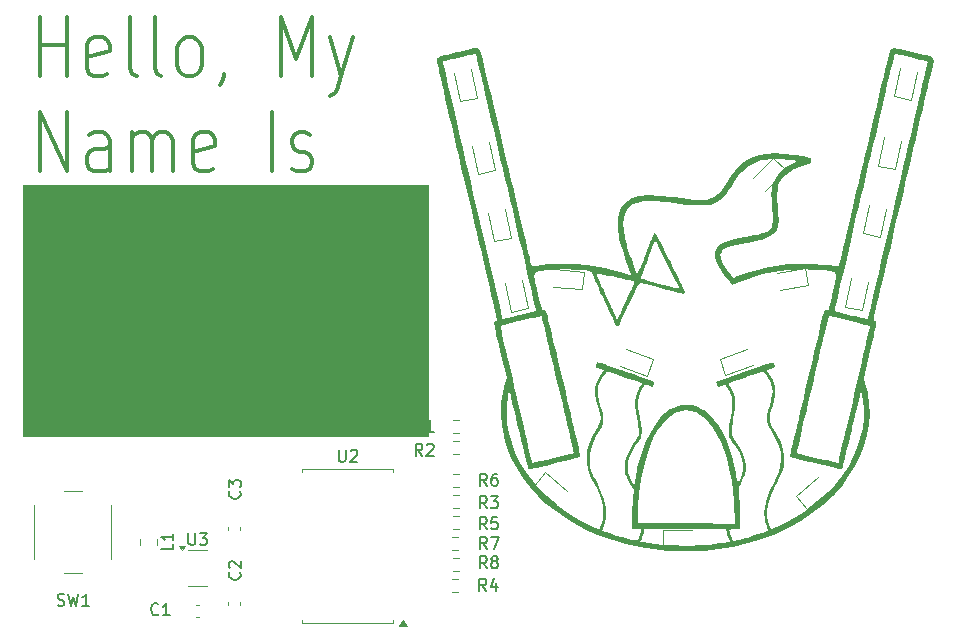
<source format=gbr>
%TF.GenerationSoftware,KiCad,Pcbnew,8.0.6*%
%TF.CreationDate,2024-12-16T19:53:59-05:00*%
%TF.ProjectId,nametag,6e616d65-7461-4672-9e6b-696361645f70,rev?*%
%TF.SameCoordinates,Original*%
%TF.FileFunction,Legend,Top*%
%TF.FilePolarity,Positive*%
%FSLAX46Y46*%
G04 Gerber Fmt 4.6, Leading zero omitted, Abs format (unit mm)*
G04 Created by KiCad (PCBNEW 8.0.6) date 2024-12-16 19:53:59*
%MOMM*%
%LPD*%
G01*
G04 APERTURE LIST*
%ADD10C,0.100000*%
%ADD11C,0.300000*%
%ADD12C,1.700000*%
%ADD13C,0.150000*%
%ADD14C,0.120000*%
%ADD15C,0.000000*%
G04 APERTURE END LIST*
D10*
X41750000Y-57000000D02*
X76000000Y-57000000D01*
X76000000Y-78250000D01*
X41750000Y-78250000D01*
X41750000Y-57000000D01*
G36*
X41750000Y-57000000D02*
G01*
X76000000Y-57000000D01*
X76000000Y-78250000D01*
X41750000Y-78250000D01*
X41750000Y-57000000D01*
G37*
D11*
X43149748Y-47837775D02*
X43149748Y-42837775D01*
X43149748Y-45218727D02*
X45435463Y-45218727D01*
X45435463Y-47837775D02*
X45435463Y-42837775D01*
X48864034Y-47599680D02*
X48483082Y-47837775D01*
X48483082Y-47837775D02*
X47721177Y-47837775D01*
X47721177Y-47837775D02*
X47340224Y-47599680D01*
X47340224Y-47599680D02*
X47149748Y-47123489D01*
X47149748Y-47123489D02*
X47149748Y-45218727D01*
X47149748Y-45218727D02*
X47340224Y-44742537D01*
X47340224Y-44742537D02*
X47721177Y-44504441D01*
X47721177Y-44504441D02*
X48483082Y-44504441D01*
X48483082Y-44504441D02*
X48864034Y-44742537D01*
X48864034Y-44742537D02*
X49054510Y-45218727D01*
X49054510Y-45218727D02*
X49054510Y-45694918D01*
X49054510Y-45694918D02*
X47149748Y-46171108D01*
X51340224Y-47837775D02*
X50959272Y-47599680D01*
X50959272Y-47599680D02*
X50768795Y-47123489D01*
X50768795Y-47123489D02*
X50768795Y-42837775D01*
X53435462Y-47837775D02*
X53054510Y-47599680D01*
X53054510Y-47599680D02*
X52864033Y-47123489D01*
X52864033Y-47123489D02*
X52864033Y-42837775D01*
X55530700Y-47837775D02*
X55149748Y-47599680D01*
X55149748Y-47599680D02*
X54959271Y-47361584D01*
X54959271Y-47361584D02*
X54768795Y-46885394D01*
X54768795Y-46885394D02*
X54768795Y-45456822D01*
X54768795Y-45456822D02*
X54959271Y-44980632D01*
X54959271Y-44980632D02*
X55149748Y-44742537D01*
X55149748Y-44742537D02*
X55530700Y-44504441D01*
X55530700Y-44504441D02*
X56102129Y-44504441D01*
X56102129Y-44504441D02*
X56483081Y-44742537D01*
X56483081Y-44742537D02*
X56673557Y-44980632D01*
X56673557Y-44980632D02*
X56864033Y-45456822D01*
X56864033Y-45456822D02*
X56864033Y-46885394D01*
X56864033Y-46885394D02*
X56673557Y-47361584D01*
X56673557Y-47361584D02*
X56483081Y-47599680D01*
X56483081Y-47599680D02*
X56102129Y-47837775D01*
X56102129Y-47837775D02*
X55530700Y-47837775D01*
X58768796Y-47599680D02*
X58768796Y-47837775D01*
X58768796Y-47837775D02*
X58578319Y-48313965D01*
X58578319Y-48313965D02*
X58387843Y-48552060D01*
X63530700Y-47837775D02*
X63530700Y-42837775D01*
X63530700Y-42837775D02*
X64864034Y-46409203D01*
X64864034Y-46409203D02*
X66197367Y-42837775D01*
X66197367Y-42837775D02*
X66197367Y-47837775D01*
X67721177Y-44504441D02*
X68673558Y-47837775D01*
X69625939Y-44504441D02*
X68673558Y-47837775D01*
X68673558Y-47837775D02*
X68292606Y-49028251D01*
X68292606Y-49028251D02*
X68102129Y-49266346D01*
X68102129Y-49266346D02*
X67721177Y-49504441D01*
X43149748Y-55887495D02*
X43149748Y-50887495D01*
X43149748Y-50887495D02*
X45435463Y-55887495D01*
X45435463Y-55887495D02*
X45435463Y-50887495D01*
X49054510Y-55887495D02*
X49054510Y-53268447D01*
X49054510Y-53268447D02*
X48864034Y-52792257D01*
X48864034Y-52792257D02*
X48483082Y-52554161D01*
X48483082Y-52554161D02*
X47721177Y-52554161D01*
X47721177Y-52554161D02*
X47340224Y-52792257D01*
X49054510Y-55649400D02*
X48673558Y-55887495D01*
X48673558Y-55887495D02*
X47721177Y-55887495D01*
X47721177Y-55887495D02*
X47340224Y-55649400D01*
X47340224Y-55649400D02*
X47149748Y-55173209D01*
X47149748Y-55173209D02*
X47149748Y-54697019D01*
X47149748Y-54697019D02*
X47340224Y-54220828D01*
X47340224Y-54220828D02*
X47721177Y-53982733D01*
X47721177Y-53982733D02*
X48673558Y-53982733D01*
X48673558Y-53982733D02*
X49054510Y-53744638D01*
X50959272Y-55887495D02*
X50959272Y-52554161D01*
X50959272Y-53030352D02*
X51149749Y-52792257D01*
X51149749Y-52792257D02*
X51530701Y-52554161D01*
X51530701Y-52554161D02*
X52102130Y-52554161D01*
X52102130Y-52554161D02*
X52483082Y-52792257D01*
X52483082Y-52792257D02*
X52673558Y-53268447D01*
X52673558Y-53268447D02*
X52673558Y-55887495D01*
X52673558Y-53268447D02*
X52864034Y-52792257D01*
X52864034Y-52792257D02*
X53244987Y-52554161D01*
X53244987Y-52554161D02*
X53816415Y-52554161D01*
X53816415Y-52554161D02*
X54197368Y-52792257D01*
X54197368Y-52792257D02*
X54387844Y-53268447D01*
X54387844Y-53268447D02*
X54387844Y-55887495D01*
X57816415Y-55649400D02*
X57435463Y-55887495D01*
X57435463Y-55887495D02*
X56673558Y-55887495D01*
X56673558Y-55887495D02*
X56292605Y-55649400D01*
X56292605Y-55649400D02*
X56102129Y-55173209D01*
X56102129Y-55173209D02*
X56102129Y-53268447D01*
X56102129Y-53268447D02*
X56292605Y-52792257D01*
X56292605Y-52792257D02*
X56673558Y-52554161D01*
X56673558Y-52554161D02*
X57435463Y-52554161D01*
X57435463Y-52554161D02*
X57816415Y-52792257D01*
X57816415Y-52792257D02*
X58006891Y-53268447D01*
X58006891Y-53268447D02*
X58006891Y-53744638D01*
X58006891Y-53744638D02*
X56102129Y-54220828D01*
X62768795Y-55887495D02*
X62768795Y-50887495D01*
X64483081Y-55649400D02*
X64864034Y-55887495D01*
X64864034Y-55887495D02*
X65625938Y-55887495D01*
X65625938Y-55887495D02*
X66006891Y-55649400D01*
X66006891Y-55649400D02*
X66197367Y-55173209D01*
X66197367Y-55173209D02*
X66197367Y-54935114D01*
X66197367Y-54935114D02*
X66006891Y-54458923D01*
X66006891Y-54458923D02*
X65625938Y-54220828D01*
X65625938Y-54220828D02*
X65054510Y-54220828D01*
X65054510Y-54220828D02*
X64673557Y-53982733D01*
X64673557Y-53982733D02*
X64483081Y-53506542D01*
X64483081Y-53506542D02*
X64483081Y-53268447D01*
X64483081Y-53268447D02*
X64673557Y-52792257D01*
X64673557Y-52792257D02*
X65054510Y-52554161D01*
X65054510Y-52554161D02*
X65625938Y-52554161D01*
X65625938Y-52554161D02*
X66006891Y-52792257D01*
D12*
X51023182Y-59715409D02*
X49785087Y-58953504D01*
X49785087Y-58953504D02*
X47927944Y-58953504D01*
X47927944Y-58953504D02*
X46070801Y-59715409D01*
X46070801Y-59715409D02*
X44832706Y-61239219D01*
X44832706Y-61239219D02*
X44213659Y-62763028D01*
X44213659Y-62763028D02*
X43594611Y-65810647D01*
X43594611Y-65810647D02*
X43594611Y-68096361D01*
X43594611Y-68096361D02*
X44213659Y-71143980D01*
X44213659Y-71143980D02*
X44832706Y-72667790D01*
X44832706Y-72667790D02*
X46070801Y-74191600D01*
X46070801Y-74191600D02*
X47927944Y-74953504D01*
X47927944Y-74953504D02*
X49166040Y-74953504D01*
X49166040Y-74953504D02*
X51023182Y-74191600D01*
X51023182Y-74191600D02*
X51642230Y-73429695D01*
X51642230Y-73429695D02*
X51642230Y-68096361D01*
X51642230Y-68096361D02*
X49166040Y-68096361D01*
X62166040Y-74191600D02*
X60927944Y-74953504D01*
X60927944Y-74953504D02*
X58451754Y-74953504D01*
X58451754Y-74953504D02*
X57213659Y-74191600D01*
X57213659Y-74191600D02*
X56594611Y-72667790D01*
X56594611Y-72667790D02*
X56594611Y-66572552D01*
X56594611Y-66572552D02*
X57213659Y-65048742D01*
X57213659Y-65048742D02*
X58451754Y-64286838D01*
X58451754Y-64286838D02*
X60927944Y-64286838D01*
X60927944Y-64286838D02*
X62166040Y-65048742D01*
X62166040Y-65048742D02*
X62785087Y-66572552D01*
X62785087Y-66572552D02*
X62785087Y-68096361D01*
X62785087Y-68096361D02*
X56594611Y-69620171D01*
X73927944Y-74953504D02*
X73927944Y-66572552D01*
X73927944Y-66572552D02*
X73308897Y-65048742D01*
X73308897Y-65048742D02*
X72070801Y-64286838D01*
X72070801Y-64286838D02*
X69594611Y-64286838D01*
X69594611Y-64286838D02*
X68356516Y-65048742D01*
X73927944Y-74191600D02*
X72689849Y-74953504D01*
X72689849Y-74953504D02*
X69594611Y-74953504D01*
X69594611Y-74953504D02*
X68356516Y-74191600D01*
X68356516Y-74191600D02*
X67737468Y-72667790D01*
X67737468Y-72667790D02*
X67737468Y-71143980D01*
X67737468Y-71143980D02*
X68356516Y-69620171D01*
X68356516Y-69620171D02*
X69594611Y-68858266D01*
X69594611Y-68858266D02*
X72689849Y-68858266D01*
X72689849Y-68858266D02*
X73927944Y-68096361D01*
D13*
X68453095Y-79464819D02*
X68453095Y-80274342D01*
X68453095Y-80274342D02*
X68500714Y-80369580D01*
X68500714Y-80369580D02*
X68548333Y-80417200D01*
X68548333Y-80417200D02*
X68643571Y-80464819D01*
X68643571Y-80464819D02*
X68834047Y-80464819D01*
X68834047Y-80464819D02*
X68929285Y-80417200D01*
X68929285Y-80417200D02*
X68976904Y-80369580D01*
X68976904Y-80369580D02*
X69024523Y-80274342D01*
X69024523Y-80274342D02*
X69024523Y-79464819D01*
X69453095Y-79560057D02*
X69500714Y-79512438D01*
X69500714Y-79512438D02*
X69595952Y-79464819D01*
X69595952Y-79464819D02*
X69834047Y-79464819D01*
X69834047Y-79464819D02*
X69929285Y-79512438D01*
X69929285Y-79512438D02*
X69976904Y-79560057D01*
X69976904Y-79560057D02*
X70024523Y-79655295D01*
X70024523Y-79655295D02*
X70024523Y-79750533D01*
X70024523Y-79750533D02*
X69976904Y-79893390D01*
X69976904Y-79893390D02*
X69405476Y-80464819D01*
X69405476Y-80464819D02*
X70024523Y-80464819D01*
X80986333Y-86179819D02*
X80653000Y-85703628D01*
X80414905Y-86179819D02*
X80414905Y-85179819D01*
X80414905Y-85179819D02*
X80795857Y-85179819D01*
X80795857Y-85179819D02*
X80891095Y-85227438D01*
X80891095Y-85227438D02*
X80938714Y-85275057D01*
X80938714Y-85275057D02*
X80986333Y-85370295D01*
X80986333Y-85370295D02*
X80986333Y-85513152D01*
X80986333Y-85513152D02*
X80938714Y-85608390D01*
X80938714Y-85608390D02*
X80891095Y-85656009D01*
X80891095Y-85656009D02*
X80795857Y-85703628D01*
X80795857Y-85703628D02*
X80414905Y-85703628D01*
X81891095Y-85179819D02*
X81414905Y-85179819D01*
X81414905Y-85179819D02*
X81367286Y-85656009D01*
X81367286Y-85656009D02*
X81414905Y-85608390D01*
X81414905Y-85608390D02*
X81510143Y-85560771D01*
X81510143Y-85560771D02*
X81748238Y-85560771D01*
X81748238Y-85560771D02*
X81843476Y-85608390D01*
X81843476Y-85608390D02*
X81891095Y-85656009D01*
X81891095Y-85656009D02*
X81938714Y-85751247D01*
X81938714Y-85751247D02*
X81938714Y-85989342D01*
X81938714Y-85989342D02*
X81891095Y-86084580D01*
X81891095Y-86084580D02*
X81843476Y-86132200D01*
X81843476Y-86132200D02*
X81748238Y-86179819D01*
X81748238Y-86179819D02*
X81510143Y-86179819D01*
X81510143Y-86179819D02*
X81414905Y-86132200D01*
X81414905Y-86132200D02*
X81367286Y-86084580D01*
X55727695Y-86513619D02*
X55727695Y-87323142D01*
X55727695Y-87323142D02*
X55775314Y-87418380D01*
X55775314Y-87418380D02*
X55822933Y-87466000D01*
X55822933Y-87466000D02*
X55918171Y-87513619D01*
X55918171Y-87513619D02*
X56108647Y-87513619D01*
X56108647Y-87513619D02*
X56203885Y-87466000D01*
X56203885Y-87466000D02*
X56251504Y-87418380D01*
X56251504Y-87418380D02*
X56299123Y-87323142D01*
X56299123Y-87323142D02*
X56299123Y-86513619D01*
X56680076Y-86513619D02*
X57299123Y-86513619D01*
X57299123Y-86513619D02*
X56965790Y-86894571D01*
X56965790Y-86894571D02*
X57108647Y-86894571D01*
X57108647Y-86894571D02*
X57203885Y-86942190D01*
X57203885Y-86942190D02*
X57251504Y-86989809D01*
X57251504Y-86989809D02*
X57299123Y-87085047D01*
X57299123Y-87085047D02*
X57299123Y-87323142D01*
X57299123Y-87323142D02*
X57251504Y-87418380D01*
X57251504Y-87418380D02*
X57203885Y-87466000D01*
X57203885Y-87466000D02*
X57108647Y-87513619D01*
X57108647Y-87513619D02*
X56822933Y-87513619D01*
X56822933Y-87513619D02*
X56727695Y-87466000D01*
X56727695Y-87466000D02*
X56680076Y-87418380D01*
X60049580Y-89828666D02*
X60097200Y-89876285D01*
X60097200Y-89876285D02*
X60144819Y-90019142D01*
X60144819Y-90019142D02*
X60144819Y-90114380D01*
X60144819Y-90114380D02*
X60097200Y-90257237D01*
X60097200Y-90257237D02*
X60001961Y-90352475D01*
X60001961Y-90352475D02*
X59906723Y-90400094D01*
X59906723Y-90400094D02*
X59716247Y-90447713D01*
X59716247Y-90447713D02*
X59573390Y-90447713D01*
X59573390Y-90447713D02*
X59382914Y-90400094D01*
X59382914Y-90400094D02*
X59287676Y-90352475D01*
X59287676Y-90352475D02*
X59192438Y-90257237D01*
X59192438Y-90257237D02*
X59144819Y-90114380D01*
X59144819Y-90114380D02*
X59144819Y-90019142D01*
X59144819Y-90019142D02*
X59192438Y-89876285D01*
X59192438Y-89876285D02*
X59240057Y-89828666D01*
X59240057Y-89447713D02*
X59192438Y-89400094D01*
X59192438Y-89400094D02*
X59144819Y-89304856D01*
X59144819Y-89304856D02*
X59144819Y-89066761D01*
X59144819Y-89066761D02*
X59192438Y-88971523D01*
X59192438Y-88971523D02*
X59240057Y-88923904D01*
X59240057Y-88923904D02*
X59335295Y-88876285D01*
X59335295Y-88876285D02*
X59430533Y-88876285D01*
X59430533Y-88876285D02*
X59573390Y-88923904D01*
X59573390Y-88923904D02*
X60144819Y-89495332D01*
X60144819Y-89495332D02*
X60144819Y-88876285D01*
X53173333Y-93359580D02*
X53125714Y-93407200D01*
X53125714Y-93407200D02*
X52982857Y-93454819D01*
X52982857Y-93454819D02*
X52887619Y-93454819D01*
X52887619Y-93454819D02*
X52744762Y-93407200D01*
X52744762Y-93407200D02*
X52649524Y-93311961D01*
X52649524Y-93311961D02*
X52601905Y-93216723D01*
X52601905Y-93216723D02*
X52554286Y-93026247D01*
X52554286Y-93026247D02*
X52554286Y-92883390D01*
X52554286Y-92883390D02*
X52601905Y-92692914D01*
X52601905Y-92692914D02*
X52649524Y-92597676D01*
X52649524Y-92597676D02*
X52744762Y-92502438D01*
X52744762Y-92502438D02*
X52887619Y-92454819D01*
X52887619Y-92454819D02*
X52982857Y-92454819D01*
X52982857Y-92454819D02*
X53125714Y-92502438D01*
X53125714Y-92502438D02*
X53173333Y-92550057D01*
X54125714Y-93454819D02*
X53554286Y-93454819D01*
X53840000Y-93454819D02*
X53840000Y-92454819D01*
X53840000Y-92454819D02*
X53744762Y-92597676D01*
X53744762Y-92597676D02*
X53649524Y-92692914D01*
X53649524Y-92692914D02*
X53554286Y-92740533D01*
X80986333Y-89481819D02*
X80653000Y-89005628D01*
X80414905Y-89481819D02*
X80414905Y-88481819D01*
X80414905Y-88481819D02*
X80795857Y-88481819D01*
X80795857Y-88481819D02*
X80891095Y-88529438D01*
X80891095Y-88529438D02*
X80938714Y-88577057D01*
X80938714Y-88577057D02*
X80986333Y-88672295D01*
X80986333Y-88672295D02*
X80986333Y-88815152D01*
X80986333Y-88815152D02*
X80938714Y-88910390D01*
X80938714Y-88910390D02*
X80891095Y-88958009D01*
X80891095Y-88958009D02*
X80795857Y-89005628D01*
X80795857Y-89005628D02*
X80414905Y-89005628D01*
X81557762Y-88910390D02*
X81462524Y-88862771D01*
X81462524Y-88862771D02*
X81414905Y-88815152D01*
X81414905Y-88815152D02*
X81367286Y-88719914D01*
X81367286Y-88719914D02*
X81367286Y-88672295D01*
X81367286Y-88672295D02*
X81414905Y-88577057D01*
X81414905Y-88577057D02*
X81462524Y-88529438D01*
X81462524Y-88529438D02*
X81557762Y-88481819D01*
X81557762Y-88481819D02*
X81748238Y-88481819D01*
X81748238Y-88481819D02*
X81843476Y-88529438D01*
X81843476Y-88529438D02*
X81891095Y-88577057D01*
X81891095Y-88577057D02*
X81938714Y-88672295D01*
X81938714Y-88672295D02*
X81938714Y-88719914D01*
X81938714Y-88719914D02*
X81891095Y-88815152D01*
X81891095Y-88815152D02*
X81843476Y-88862771D01*
X81843476Y-88862771D02*
X81748238Y-88910390D01*
X81748238Y-88910390D02*
X81557762Y-88910390D01*
X81557762Y-88910390D02*
X81462524Y-88958009D01*
X81462524Y-88958009D02*
X81414905Y-89005628D01*
X81414905Y-89005628D02*
X81367286Y-89100866D01*
X81367286Y-89100866D02*
X81367286Y-89291342D01*
X81367286Y-89291342D02*
X81414905Y-89386580D01*
X81414905Y-89386580D02*
X81462524Y-89434200D01*
X81462524Y-89434200D02*
X81557762Y-89481819D01*
X81557762Y-89481819D02*
X81748238Y-89481819D01*
X81748238Y-89481819D02*
X81843476Y-89434200D01*
X81843476Y-89434200D02*
X81891095Y-89386580D01*
X81891095Y-89386580D02*
X81938714Y-89291342D01*
X81938714Y-89291342D02*
X81938714Y-89100866D01*
X81938714Y-89100866D02*
X81891095Y-89005628D01*
X81891095Y-89005628D02*
X81843476Y-88958009D01*
X81843476Y-88958009D02*
X81748238Y-88910390D01*
X44640667Y-92609200D02*
X44783524Y-92656819D01*
X44783524Y-92656819D02*
X45021619Y-92656819D01*
X45021619Y-92656819D02*
X45116857Y-92609200D01*
X45116857Y-92609200D02*
X45164476Y-92561580D01*
X45164476Y-92561580D02*
X45212095Y-92466342D01*
X45212095Y-92466342D02*
X45212095Y-92371104D01*
X45212095Y-92371104D02*
X45164476Y-92275866D01*
X45164476Y-92275866D02*
X45116857Y-92228247D01*
X45116857Y-92228247D02*
X45021619Y-92180628D01*
X45021619Y-92180628D02*
X44831143Y-92133009D01*
X44831143Y-92133009D02*
X44735905Y-92085390D01*
X44735905Y-92085390D02*
X44688286Y-92037771D01*
X44688286Y-92037771D02*
X44640667Y-91942533D01*
X44640667Y-91942533D02*
X44640667Y-91847295D01*
X44640667Y-91847295D02*
X44688286Y-91752057D01*
X44688286Y-91752057D02*
X44735905Y-91704438D01*
X44735905Y-91704438D02*
X44831143Y-91656819D01*
X44831143Y-91656819D02*
X45069238Y-91656819D01*
X45069238Y-91656819D02*
X45212095Y-91704438D01*
X45545429Y-91656819D02*
X45783524Y-92656819D01*
X45783524Y-92656819D02*
X45974000Y-91942533D01*
X45974000Y-91942533D02*
X46164476Y-92656819D01*
X46164476Y-92656819D02*
X46402572Y-91656819D01*
X47307333Y-92656819D02*
X46735905Y-92656819D01*
X47021619Y-92656819D02*
X47021619Y-91656819D01*
X47021619Y-91656819D02*
X46926381Y-91799676D01*
X46926381Y-91799676D02*
X46831143Y-91894914D01*
X46831143Y-91894914D02*
X46735905Y-91942533D01*
X54428819Y-87406666D02*
X54428819Y-87882856D01*
X54428819Y-87882856D02*
X53428819Y-87882856D01*
X54428819Y-86549523D02*
X54428819Y-87120951D01*
X54428819Y-86835237D02*
X53428819Y-86835237D01*
X53428819Y-86835237D02*
X53571676Y-86930475D01*
X53571676Y-86930475D02*
X53666914Y-87025713D01*
X53666914Y-87025713D02*
X53714533Y-87120951D01*
X80986333Y-82496819D02*
X80653000Y-82020628D01*
X80414905Y-82496819D02*
X80414905Y-81496819D01*
X80414905Y-81496819D02*
X80795857Y-81496819D01*
X80795857Y-81496819D02*
X80891095Y-81544438D01*
X80891095Y-81544438D02*
X80938714Y-81592057D01*
X80938714Y-81592057D02*
X80986333Y-81687295D01*
X80986333Y-81687295D02*
X80986333Y-81830152D01*
X80986333Y-81830152D02*
X80938714Y-81925390D01*
X80938714Y-81925390D02*
X80891095Y-81973009D01*
X80891095Y-81973009D02*
X80795857Y-82020628D01*
X80795857Y-82020628D02*
X80414905Y-82020628D01*
X81843476Y-81496819D02*
X81653000Y-81496819D01*
X81653000Y-81496819D02*
X81557762Y-81544438D01*
X81557762Y-81544438D02*
X81510143Y-81592057D01*
X81510143Y-81592057D02*
X81414905Y-81734914D01*
X81414905Y-81734914D02*
X81367286Y-81925390D01*
X81367286Y-81925390D02*
X81367286Y-82306342D01*
X81367286Y-82306342D02*
X81414905Y-82401580D01*
X81414905Y-82401580D02*
X81462524Y-82449200D01*
X81462524Y-82449200D02*
X81557762Y-82496819D01*
X81557762Y-82496819D02*
X81748238Y-82496819D01*
X81748238Y-82496819D02*
X81843476Y-82449200D01*
X81843476Y-82449200D02*
X81891095Y-82401580D01*
X81891095Y-82401580D02*
X81938714Y-82306342D01*
X81938714Y-82306342D02*
X81938714Y-82068247D01*
X81938714Y-82068247D02*
X81891095Y-81973009D01*
X81891095Y-81973009D02*
X81843476Y-81925390D01*
X81843476Y-81925390D02*
X81748238Y-81877771D01*
X81748238Y-81877771D02*
X81557762Y-81877771D01*
X81557762Y-81877771D02*
X81462524Y-81925390D01*
X81462524Y-81925390D02*
X81414905Y-81973009D01*
X81414905Y-81973009D02*
X81367286Y-82068247D01*
X80986333Y-87830819D02*
X80653000Y-87354628D01*
X80414905Y-87830819D02*
X80414905Y-86830819D01*
X80414905Y-86830819D02*
X80795857Y-86830819D01*
X80795857Y-86830819D02*
X80891095Y-86878438D01*
X80891095Y-86878438D02*
X80938714Y-86926057D01*
X80938714Y-86926057D02*
X80986333Y-87021295D01*
X80986333Y-87021295D02*
X80986333Y-87164152D01*
X80986333Y-87164152D02*
X80938714Y-87259390D01*
X80938714Y-87259390D02*
X80891095Y-87307009D01*
X80891095Y-87307009D02*
X80795857Y-87354628D01*
X80795857Y-87354628D02*
X80414905Y-87354628D01*
X81319667Y-86830819D02*
X81986333Y-86830819D01*
X81986333Y-86830819D02*
X81557762Y-87830819D01*
X75525333Y-77924819D02*
X75192000Y-77448628D01*
X74953905Y-77924819D02*
X74953905Y-76924819D01*
X74953905Y-76924819D02*
X75334857Y-76924819D01*
X75334857Y-76924819D02*
X75430095Y-76972438D01*
X75430095Y-76972438D02*
X75477714Y-77020057D01*
X75477714Y-77020057D02*
X75525333Y-77115295D01*
X75525333Y-77115295D02*
X75525333Y-77258152D01*
X75525333Y-77258152D02*
X75477714Y-77353390D01*
X75477714Y-77353390D02*
X75430095Y-77401009D01*
X75430095Y-77401009D02*
X75334857Y-77448628D01*
X75334857Y-77448628D02*
X74953905Y-77448628D01*
X76477714Y-77924819D02*
X75906286Y-77924819D01*
X76192000Y-77924819D02*
X76192000Y-76924819D01*
X76192000Y-76924819D02*
X76096762Y-77067676D01*
X76096762Y-77067676D02*
X76001524Y-77162914D01*
X76001524Y-77162914D02*
X75906286Y-77210533D01*
X75525333Y-79956819D02*
X75192000Y-79480628D01*
X74953905Y-79956819D02*
X74953905Y-78956819D01*
X74953905Y-78956819D02*
X75334857Y-78956819D01*
X75334857Y-78956819D02*
X75430095Y-79004438D01*
X75430095Y-79004438D02*
X75477714Y-79052057D01*
X75477714Y-79052057D02*
X75525333Y-79147295D01*
X75525333Y-79147295D02*
X75525333Y-79290152D01*
X75525333Y-79290152D02*
X75477714Y-79385390D01*
X75477714Y-79385390D02*
X75430095Y-79433009D01*
X75430095Y-79433009D02*
X75334857Y-79480628D01*
X75334857Y-79480628D02*
X74953905Y-79480628D01*
X75906286Y-79052057D02*
X75953905Y-79004438D01*
X75953905Y-79004438D02*
X76049143Y-78956819D01*
X76049143Y-78956819D02*
X76287238Y-78956819D01*
X76287238Y-78956819D02*
X76382476Y-79004438D01*
X76382476Y-79004438D02*
X76430095Y-79052057D01*
X76430095Y-79052057D02*
X76477714Y-79147295D01*
X76477714Y-79147295D02*
X76477714Y-79242533D01*
X76477714Y-79242533D02*
X76430095Y-79385390D01*
X76430095Y-79385390D02*
X75858667Y-79956819D01*
X75858667Y-79956819D02*
X76477714Y-79956819D01*
X80939333Y-91386819D02*
X80606000Y-90910628D01*
X80367905Y-91386819D02*
X80367905Y-90386819D01*
X80367905Y-90386819D02*
X80748857Y-90386819D01*
X80748857Y-90386819D02*
X80844095Y-90434438D01*
X80844095Y-90434438D02*
X80891714Y-90482057D01*
X80891714Y-90482057D02*
X80939333Y-90577295D01*
X80939333Y-90577295D02*
X80939333Y-90720152D01*
X80939333Y-90720152D02*
X80891714Y-90815390D01*
X80891714Y-90815390D02*
X80844095Y-90863009D01*
X80844095Y-90863009D02*
X80748857Y-90910628D01*
X80748857Y-90910628D02*
X80367905Y-90910628D01*
X81796476Y-90720152D02*
X81796476Y-91386819D01*
X81558381Y-90339200D02*
X81320286Y-91053485D01*
X81320286Y-91053485D02*
X81939333Y-91053485D01*
X80986333Y-84401819D02*
X80653000Y-83925628D01*
X80414905Y-84401819D02*
X80414905Y-83401819D01*
X80414905Y-83401819D02*
X80795857Y-83401819D01*
X80795857Y-83401819D02*
X80891095Y-83449438D01*
X80891095Y-83449438D02*
X80938714Y-83497057D01*
X80938714Y-83497057D02*
X80986333Y-83592295D01*
X80986333Y-83592295D02*
X80986333Y-83735152D01*
X80986333Y-83735152D02*
X80938714Y-83830390D01*
X80938714Y-83830390D02*
X80891095Y-83878009D01*
X80891095Y-83878009D02*
X80795857Y-83925628D01*
X80795857Y-83925628D02*
X80414905Y-83925628D01*
X81319667Y-83401819D02*
X81938714Y-83401819D01*
X81938714Y-83401819D02*
X81605381Y-83782771D01*
X81605381Y-83782771D02*
X81748238Y-83782771D01*
X81748238Y-83782771D02*
X81843476Y-83830390D01*
X81843476Y-83830390D02*
X81891095Y-83878009D01*
X81891095Y-83878009D02*
X81938714Y-83973247D01*
X81938714Y-83973247D02*
X81938714Y-84211342D01*
X81938714Y-84211342D02*
X81891095Y-84306580D01*
X81891095Y-84306580D02*
X81843476Y-84354200D01*
X81843476Y-84354200D02*
X81748238Y-84401819D01*
X81748238Y-84401819D02*
X81462524Y-84401819D01*
X81462524Y-84401819D02*
X81367286Y-84354200D01*
X81367286Y-84354200D02*
X81319667Y-84306580D01*
X60049580Y-82970666D02*
X60097200Y-83018285D01*
X60097200Y-83018285D02*
X60144819Y-83161142D01*
X60144819Y-83161142D02*
X60144819Y-83256380D01*
X60144819Y-83256380D02*
X60097200Y-83399237D01*
X60097200Y-83399237D02*
X60001961Y-83494475D01*
X60001961Y-83494475D02*
X59906723Y-83542094D01*
X59906723Y-83542094D02*
X59716247Y-83589713D01*
X59716247Y-83589713D02*
X59573390Y-83589713D01*
X59573390Y-83589713D02*
X59382914Y-83542094D01*
X59382914Y-83542094D02*
X59287676Y-83494475D01*
X59287676Y-83494475D02*
X59192438Y-83399237D01*
X59192438Y-83399237D02*
X59144819Y-83256380D01*
X59144819Y-83256380D02*
X59144819Y-83161142D01*
X59144819Y-83161142D02*
X59192438Y-83018285D01*
X59192438Y-83018285D02*
X59240057Y-82970666D01*
X59144819Y-82637332D02*
X59144819Y-82018285D01*
X59144819Y-82018285D02*
X59525771Y-82351618D01*
X59525771Y-82351618D02*
X59525771Y-82208761D01*
X59525771Y-82208761D02*
X59573390Y-82113523D01*
X59573390Y-82113523D02*
X59621009Y-82065904D01*
X59621009Y-82065904D02*
X59716247Y-82018285D01*
X59716247Y-82018285D02*
X59954342Y-82018285D01*
X59954342Y-82018285D02*
X60049580Y-82065904D01*
X60049580Y-82065904D02*
X60097200Y-82113523D01*
X60097200Y-82113523D02*
X60144819Y-82208761D01*
X60144819Y-82208761D02*
X60144819Y-82494475D01*
X60144819Y-82494475D02*
X60097200Y-82589713D01*
X60097200Y-82589713D02*
X60049580Y-82637332D01*
D14*
%TO.C,U2*%
X65355000Y-81120000D02*
X65355000Y-81355000D01*
X65355000Y-94140000D02*
X65355000Y-93905000D01*
X69215000Y-81120000D02*
X65355000Y-81120000D01*
X69215000Y-81120000D02*
X73075000Y-81120000D01*
X69215000Y-94140000D02*
X65355000Y-94140000D01*
X69215000Y-94140000D02*
X73075000Y-94140000D01*
X73075000Y-81120000D02*
X73075000Y-81355000D01*
X73075000Y-94140000D02*
X73075000Y-93905000D01*
X74267500Y-94375000D02*
X73587500Y-94375000D01*
X73927500Y-93905000D01*
X74267500Y-94375000D01*
G36*
X74267500Y-94375000D02*
G01*
X73587500Y-94375000D01*
X73927500Y-93905000D01*
X74267500Y-94375000D01*
G37*
%TO.C,D8*%
X111276005Y-67350788D02*
X112713882Y-67656419D01*
X111787468Y-64944545D02*
X111276005Y-67350788D01*
X112713882Y-67656419D02*
X113225345Y-65250176D01*
%TO.C,R5*%
X78127776Y-85075500D02*
X78637224Y-85075500D01*
X78127776Y-86120500D02*
X78637224Y-86120500D01*
%TO.C,D16*%
X92275092Y-72344326D02*
X94586736Y-73185696D01*
X94586736Y-73185696D02*
X95089506Y-71804347D01*
X95089506Y-71804347D02*
X92777862Y-70962978D01*
%TO.C,D1*%
X78189055Y-47536418D02*
X78700518Y-49942661D01*
X78700518Y-49942661D02*
X80138395Y-49637031D01*
X80138395Y-49637031D02*
X79626932Y-47230788D01*
%TO.C,U3*%
X56489600Y-87898800D02*
X55689600Y-87898800D01*
X56489600Y-87898800D02*
X57289600Y-87898800D01*
X56489600Y-91018800D02*
X55689600Y-91018800D01*
X56489600Y-91018800D02*
X57289600Y-91018800D01*
X55189600Y-87948800D02*
X54949600Y-87618800D01*
X55429600Y-87618800D01*
X55189600Y-87948800D01*
G36*
X55189600Y-87948800D02*
G01*
X54949600Y-87618800D01*
X55429600Y-87618800D01*
X55189600Y-87948800D01*
G37*
%TO.C,C2*%
X59060000Y-92628767D02*
X59060000Y-92336233D01*
X60080000Y-92628767D02*
X60080000Y-92336233D01*
%TO.C,D9*%
X104551238Y-57524209D02*
X106290721Y-55784726D01*
X105251274Y-54745279D02*
X103511791Y-56484762D01*
X106290721Y-55784726D02*
X105251274Y-54745279D01*
%TO.C,D7*%
X112800005Y-61127788D02*
X114237882Y-61433419D01*
X113311468Y-58721545D02*
X112800005Y-61127788D01*
X114237882Y-61433419D02*
X114749345Y-59027176D01*
%TO.C,D13*%
X107130205Y-83380546D02*
X108075104Y-84506630D01*
X108075104Y-84506630D02*
X109959574Y-82925373D01*
X109014675Y-81799287D02*
X107130205Y-83380546D01*
%TO.C,C1*%
X56635867Y-92606400D02*
X56343333Y-92606400D01*
X56635867Y-93626400D02*
X56343333Y-93626400D01*
%TO.C,D10*%
X95876000Y-86260000D02*
X95876000Y-87730000D01*
X95876000Y-87730000D02*
X98336000Y-87730000D01*
X98336000Y-86260000D02*
X95876000Y-86260000D01*
%TO.C,D6*%
X114070005Y-55412788D02*
X115507882Y-55718419D01*
X114581468Y-53006545D02*
X114070005Y-55412788D01*
X115507882Y-55718419D02*
X116019345Y-53312176D01*
%TO.C,D5*%
X115471128Y-49527709D02*
X116909005Y-49833340D01*
X115982591Y-47121466D02*
X115471128Y-49527709D01*
X116909005Y-49833340D02*
X117420468Y-47427097D01*
%TO.C,R8*%
X78127776Y-88631500D02*
X78637224Y-88631500D01*
X78127776Y-89676500D02*
X78637224Y-89676500D01*
%TO.C,SW1*%
X42688000Y-84162000D02*
X42688000Y-88662000D01*
X45188000Y-89912000D02*
X46688000Y-89912000D01*
X46688000Y-82912000D02*
X45188000Y-82912000D01*
X49188000Y-88662000D02*
X49188000Y-84162000D01*
%TO.C,D12*%
X86608863Y-65631555D02*
X89059502Y-65845959D01*
X89059502Y-65845959D02*
X89187621Y-64381552D01*
X89187621Y-64381552D02*
X86736983Y-64167150D01*
%TO.C,D3*%
X81084655Y-59408176D02*
X81596118Y-61814419D01*
X81596118Y-61814419D02*
X83033995Y-61508789D01*
X83033995Y-61508789D02*
X82522532Y-59102546D01*
%TO.C,D4*%
X82498809Y-65367218D02*
X83010272Y-67773461D01*
X83010272Y-67773461D02*
X84448149Y-67467831D01*
X84448149Y-67467831D02*
X83936686Y-65061588D01*
%TO.C,D2*%
X79704809Y-53693176D02*
X80216272Y-56099419D01*
X80216272Y-56099419D02*
X81654149Y-55793789D01*
X81654149Y-55793789D02*
X81142686Y-53387546D01*
%TO.C,L1*%
X51614000Y-86978748D02*
X51614000Y-87501252D01*
X53034000Y-86978748D02*
X53034000Y-87501252D01*
%TO.C,R6*%
X78127776Y-81519500D02*
X78637224Y-81519500D01*
X78127776Y-82564500D02*
X78637224Y-82564500D01*
%TO.C,D14*%
X84961628Y-82499576D02*
X86846097Y-84080833D01*
X85906526Y-81373491D02*
X84961628Y-82499576D01*
X87790996Y-82954749D02*
X85906526Y-81373491D01*
%TO.C,R7*%
X78080776Y-86853500D02*
X78590224Y-86853500D01*
X78080776Y-87898500D02*
X78590224Y-87898500D01*
%TO.C,D11*%
X105793078Y-65911694D02*
X108215705Y-65484520D01*
X107960442Y-64036852D02*
X105537815Y-64464027D01*
X108215705Y-65484520D02*
X107960442Y-64036852D01*
D15*
%TO.C,G\u002A\u002A\u002A*%
G36*
X115572277Y-45456709D02*
G01*
X115749221Y-45480279D01*
X115981560Y-45523621D01*
X116279400Y-45587531D01*
X116652846Y-45672806D01*
X116988831Y-45751309D01*
X117353702Y-45837450D01*
X117692259Y-45918336D01*
X117992124Y-45990936D01*
X118240916Y-46052217D01*
X118426257Y-46099148D01*
X118535768Y-46128695D01*
X118556481Y-46135308D01*
X118702835Y-46238794D01*
X118795993Y-46403672D01*
X118820624Y-46558552D01*
X118809759Y-46619708D01*
X118777812Y-46770133D01*
X118725755Y-47005634D01*
X118654560Y-47322017D01*
X118565199Y-47715088D01*
X118458642Y-48180653D01*
X118335863Y-48714518D01*
X118197832Y-49312490D01*
X118045522Y-49970373D01*
X117879905Y-50683975D01*
X117701951Y-51449102D01*
X117512634Y-52261559D01*
X117312924Y-53117153D01*
X117103794Y-54011689D01*
X116886215Y-54940974D01*
X116661158Y-55900814D01*
X116429597Y-56887015D01*
X116275822Y-57541182D01*
X116040754Y-58541026D01*
X115811548Y-59516534D01*
X115589172Y-60463556D01*
X115374595Y-61377946D01*
X115168788Y-62255555D01*
X114972719Y-63092234D01*
X114787357Y-63883836D01*
X114613671Y-64626212D01*
X114452632Y-65315214D01*
X114305207Y-65946694D01*
X114172366Y-66516504D01*
X114055079Y-67020496D01*
X113954314Y-67454521D01*
X113871041Y-67814431D01*
X113806229Y-68096078D01*
X113760847Y-68295314D01*
X113735864Y-68407990D01*
X113731021Y-68432970D01*
X113771038Y-68503190D01*
X113827102Y-68534402D01*
X113874560Y-68551793D01*
X113912235Y-68576052D01*
X113939035Y-68614808D01*
X113953870Y-68675687D01*
X113955649Y-68766318D01*
X113943282Y-68894328D01*
X113915677Y-69067345D01*
X113871744Y-69292998D01*
X113810392Y-69578913D01*
X113730530Y-69932720D01*
X113631068Y-70362044D01*
X113510915Y-70874516D01*
X113463884Y-71074457D01*
X112913447Y-73413723D01*
X113030902Y-73806946D01*
X113244372Y-74685946D01*
X113364140Y-75573643D01*
X113391582Y-76465264D01*
X113328076Y-77356040D01*
X113175002Y-78241199D01*
X112933736Y-79115971D01*
X112605657Y-79975584D01*
X112192142Y-80815267D01*
X111694571Y-81630250D01*
X111114319Y-82415762D01*
X110452767Y-83167031D01*
X110274917Y-83348858D01*
X109438185Y-84119569D01*
X108531454Y-84827766D01*
X107559235Y-85471518D01*
X106526036Y-86048895D01*
X105436368Y-86557966D01*
X104294741Y-86996800D01*
X103105663Y-87363467D01*
X101873646Y-87656036D01*
X100603197Y-87872576D01*
X99403538Y-88003048D01*
X99181331Y-88016141D01*
X98884846Y-88026840D01*
X98534312Y-88035030D01*
X98149959Y-88040597D01*
X97752016Y-88043428D01*
X97360712Y-88043407D01*
X96996276Y-88040422D01*
X96678938Y-88034357D01*
X96428926Y-88025099D01*
X96349546Y-88020280D01*
X95133067Y-87896930D01*
X93947243Y-87704942D01*
X92795908Y-87447003D01*
X91982027Y-87212125D01*
X93996805Y-87212125D01*
X94041962Y-87230653D01*
X94167277Y-87258032D01*
X94357519Y-87292043D01*
X94597458Y-87330464D01*
X94871862Y-87371075D01*
X95165499Y-87411657D01*
X95463140Y-87449988D01*
X95749551Y-87483849D01*
X96009503Y-87511018D01*
X96109471Y-87520101D01*
X96376893Y-87537141D01*
X96718774Y-87550030D01*
X97113760Y-87558750D01*
X97540497Y-87563283D01*
X97977631Y-87563610D01*
X98403808Y-87559715D01*
X98797675Y-87551577D01*
X99137876Y-87539181D01*
X99398507Y-87522892D01*
X99802448Y-87484180D01*
X100233924Y-87434712D01*
X100660398Y-87378706D01*
X101049336Y-87320377D01*
X101309655Y-87275239D01*
X101466053Y-87240926D01*
X101544052Y-87207732D01*
X101560742Y-87166581D01*
X101553921Y-87145501D01*
X101491120Y-86990131D01*
X101424817Y-86803983D01*
X101364217Y-86615890D01*
X101318527Y-86454680D01*
X101296951Y-86349184D01*
X101296343Y-86338826D01*
X101278485Y-86243869D01*
X101253628Y-86207992D01*
X101199939Y-86203731D01*
X101057926Y-86199590D01*
X100835295Y-86195634D01*
X100539754Y-86191929D01*
X100179007Y-86188540D01*
X99760763Y-86185529D01*
X99292726Y-86182964D01*
X98782604Y-86180907D01*
X98238103Y-86179425D01*
X97762795Y-86178674D01*
X94313438Y-86174988D01*
X94254825Y-86462331D01*
X94203421Y-86666910D01*
X94136301Y-86874703D01*
X94096509Y-86975071D01*
X94040012Y-87104859D01*
X94003876Y-87191840D01*
X93996805Y-87212125D01*
X91982027Y-87212125D01*
X91682894Y-87125798D01*
X90612034Y-86744011D01*
X89587162Y-86304330D01*
X88612111Y-85809440D01*
X87690714Y-85262025D01*
X86826804Y-84664773D01*
X86024214Y-84020367D01*
X85286777Y-83331494D01*
X84618326Y-82600840D01*
X84022694Y-81831089D01*
X83503715Y-81024929D01*
X83065221Y-80185043D01*
X82711045Y-79314118D01*
X82445021Y-78414839D01*
X82407167Y-78251839D01*
X82250259Y-77334360D01*
X82189162Y-76420275D01*
X82194846Y-76271118D01*
X82665236Y-76271118D01*
X82712535Y-77167768D01*
X82852715Y-78050518D01*
X83083205Y-78915971D01*
X83401432Y-79760727D01*
X83804825Y-80581388D01*
X84290810Y-81374557D01*
X84856816Y-82136836D01*
X85500269Y-82864826D01*
X86218599Y-83555129D01*
X87009232Y-84204348D01*
X87869596Y-84809083D01*
X88797119Y-85365937D01*
X89789228Y-85871512D01*
X90008912Y-85972371D01*
X90467694Y-86179064D01*
X90551640Y-86071470D01*
X90610011Y-85970211D01*
X90679112Y-85812680D01*
X90737550Y-85651777D01*
X90805850Y-85349451D01*
X90838997Y-84989067D01*
X90836999Y-84601930D01*
X90799864Y-84219345D01*
X90737096Y-83907379D01*
X90543517Y-83311644D01*
X90279250Y-82707481D01*
X90045963Y-82273997D01*
X89803663Y-81827620D01*
X89628105Y-81422521D01*
X89513420Y-81037137D01*
X89453737Y-80649905D01*
X89443185Y-80239260D01*
X89448029Y-80130778D01*
X89688433Y-80130778D01*
X89691558Y-80587188D01*
X89754641Y-81005151D01*
X89884654Y-81413687D01*
X90088569Y-81841814D01*
X90108089Y-81877427D01*
X90382580Y-82391539D01*
X90603025Y-82846412D01*
X90775353Y-83257805D01*
X90905494Y-83641478D01*
X90999375Y-84013189D01*
X91062927Y-84388700D01*
X91068110Y-84429223D01*
X91091631Y-84813620D01*
X91071546Y-85200756D01*
X91011688Y-85566621D01*
X90915890Y-85887203D01*
X90797501Y-86124271D01*
X90756164Y-86218124D01*
X90763318Y-86276002D01*
X90835089Y-86314904D01*
X90983559Y-86375362D01*
X91193224Y-86452097D01*
X91448578Y-86539830D01*
X91734117Y-86633284D01*
X92034334Y-86727180D01*
X92333725Y-86816239D01*
X92436314Y-86845535D01*
X92773412Y-86940256D01*
X93031646Y-87011542D01*
X93224439Y-87062512D01*
X93365213Y-87096283D01*
X93467391Y-87115972D01*
X93544396Y-87124698D01*
X93609650Y-87125579D01*
X93636692Y-87124365D01*
X93721150Y-87109859D01*
X93781995Y-87063482D01*
X93838593Y-86963558D01*
X93889515Y-86841426D01*
X93955878Y-86649006D01*
X94008655Y-86452161D01*
X94028083Y-86349271D01*
X94057873Y-86131928D01*
X93659821Y-86131928D01*
X93261769Y-86131928D01*
X93276005Y-85647737D01*
X93756730Y-85647737D01*
X94128847Y-85664102D01*
X94236085Y-85666838D01*
X94431063Y-85669679D01*
X94705489Y-85672574D01*
X95051072Y-85675470D01*
X95459522Y-85678315D01*
X95922547Y-85681054D01*
X96431856Y-85683638D01*
X96979160Y-85686011D01*
X97556165Y-85688123D01*
X98154583Y-85689920D01*
X98234140Y-85690129D01*
X101967316Y-85699792D01*
X101966894Y-85183629D01*
X101948943Y-84462768D01*
X101898329Y-83699148D01*
X101818217Y-82916458D01*
X101711770Y-82138384D01*
X101582154Y-81388613D01*
X101432532Y-80690832D01*
X101298109Y-80177444D01*
X101060236Y-79441424D01*
X100790642Y-78769876D01*
X100492341Y-78165996D01*
X100168351Y-77632983D01*
X99821687Y-77174033D01*
X99455365Y-76792342D01*
X99072401Y-76491108D01*
X98675811Y-76273527D01*
X98268610Y-76142797D01*
X97853815Y-76102114D01*
X97491126Y-76142037D01*
X97168882Y-76233513D01*
X96869435Y-76374500D01*
X96573482Y-76576634D01*
X96261719Y-76851552D01*
X96179026Y-76933039D01*
X95992382Y-77128045D01*
X95812957Y-77329035D01*
X95662141Y-77511264D01*
X95567351Y-77640608D01*
X95168931Y-78330007D01*
X94819480Y-79101352D01*
X94519258Y-79953828D01*
X94268526Y-80886622D01*
X94067543Y-81898919D01*
X93950871Y-82699730D01*
X93906833Y-83084555D01*
X93865361Y-83508366D01*
X93828190Y-83947693D01*
X93797056Y-84379066D01*
X93773695Y-84779015D01*
X93759842Y-85124070D01*
X93756730Y-85324836D01*
X93756730Y-85647737D01*
X93276005Y-85647737D01*
X93285498Y-85324836D01*
X93290355Y-85159622D01*
X93302917Y-84803862D01*
X93319878Y-84425125D01*
X93339602Y-84054677D01*
X93360448Y-83723787D01*
X93376942Y-83507283D01*
X93434943Y-82827250D01*
X93258245Y-82586539D01*
X93100727Y-82340721D01*
X92948229Y-82048269D01*
X92817475Y-81745466D01*
X92725189Y-81468592D01*
X92705811Y-81388071D01*
X92656039Y-80923033D01*
X92699901Y-80446415D01*
X92837670Y-79957315D01*
X93069620Y-79454829D01*
X93396023Y-78938053D01*
X93482179Y-78820158D01*
X93616185Y-78631567D01*
X93729393Y-78454493D01*
X93807541Y-78312277D01*
X93834232Y-78243976D01*
X93862060Y-78037965D01*
X93860191Y-77773642D01*
X93827890Y-77442066D01*
X93764425Y-77034294D01*
X93711966Y-76753840D01*
X93619467Y-76207283D01*
X93573249Y-75732402D01*
X93574741Y-75315961D01*
X93625370Y-74944726D01*
X93726562Y-74605462D01*
X93879745Y-74284933D01*
X93998802Y-74093734D01*
X94073559Y-73967318D01*
X94110668Y-73871996D01*
X94107739Y-73837726D01*
X94046668Y-73807763D01*
X93899479Y-73750001D01*
X93671396Y-73666285D01*
X93367640Y-73558463D01*
X92993433Y-73428382D01*
X92553998Y-73277888D01*
X92054556Y-73108829D01*
X91895046Y-73055185D01*
X91161718Y-72808907D01*
X91042774Y-72952365D01*
X90841066Y-73231278D01*
X90657185Y-73550213D01*
X90516858Y-73863527D01*
X90495924Y-73922568D01*
X90430639Y-74157497D01*
X90397054Y-74392464D01*
X90396705Y-74643103D01*
X90431126Y-74925045D01*
X90501852Y-75253923D01*
X90610418Y-75645369D01*
X90690527Y-75904707D01*
X90798478Y-76306847D01*
X90857105Y-76671045D01*
X90864735Y-76982413D01*
X90833851Y-77180345D01*
X90785080Y-77308256D01*
X90698996Y-77486856D01*
X90590498Y-77686236D01*
X90534836Y-77780534D01*
X90257153Y-78261902D01*
X90042056Y-78693496D01*
X89883339Y-79092546D01*
X89774798Y-79476283D01*
X89710227Y-79861936D01*
X89688433Y-80130778D01*
X89448029Y-80130778D01*
X89450070Y-80085071D01*
X89495628Y-79658324D01*
X89583506Y-79248951D01*
X89720402Y-78837779D01*
X89913015Y-78405633D01*
X90168043Y-77933340D01*
X90251305Y-77791700D01*
X90407876Y-77520509D01*
X90522121Y-77291341D01*
X90595334Y-77085313D01*
X90628810Y-76883544D01*
X90623841Y-76667152D01*
X90581722Y-76417255D01*
X90503747Y-76114970D01*
X90391687Y-75742953D01*
X90250841Y-75216530D01*
X90177573Y-74746621D01*
X90173518Y-74319933D01*
X90240312Y-73923170D01*
X90379590Y-73543039D01*
X90592987Y-73166245D01*
X90732969Y-72968307D01*
X90925390Y-72712219D01*
X90576504Y-72597353D01*
X90407893Y-72540631D01*
X90278638Y-72494878D01*
X90212480Y-72468550D01*
X90208989Y-72466429D01*
X90208817Y-72414979D01*
X90231179Y-72309424D01*
X90266060Y-72184747D01*
X90303442Y-72075928D01*
X90333310Y-72017948D01*
X90338110Y-72015482D01*
X90385864Y-72030608D01*
X90514049Y-72073619D01*
X90712357Y-72140961D01*
X90970480Y-72229083D01*
X91278111Y-72334431D01*
X91624942Y-72453454D01*
X92000664Y-72582599D01*
X92394970Y-72718314D01*
X92797553Y-72857046D01*
X93198103Y-72995242D01*
X93586314Y-73129351D01*
X93951878Y-73255819D01*
X94284486Y-73371094D01*
X94573831Y-73471625D01*
X94809605Y-73553858D01*
X94981501Y-73614240D01*
X95079209Y-73649220D01*
X95086928Y-73652094D01*
X95148515Y-73680833D01*
X95169222Y-73723160D01*
X95152328Y-73807147D01*
X95117399Y-73913058D01*
X95063769Y-74037271D01*
X95010924Y-74107565D01*
X94987579Y-74114145D01*
X94914248Y-74088866D01*
X94782977Y-74044930D01*
X94673915Y-74008884D01*
X94414729Y-73923649D01*
X94325250Y-74037902D01*
X94115501Y-74343818D01*
X93961778Y-74661240D01*
X93862381Y-75002638D01*
X93815609Y-75380477D01*
X93819759Y-75807227D01*
X93873130Y-76295354D01*
X93954030Y-76758262D01*
X94041578Y-77256473D01*
X94090281Y-77671569D01*
X94100345Y-78008165D01*
X94071976Y-78270878D01*
X94027872Y-78416863D01*
X93965172Y-78535068D01*
X93860168Y-78701525D01*
X93730331Y-78889323D01*
X93653844Y-78993044D01*
X93324112Y-79484921D01*
X93088885Y-79964313D01*
X92947689Y-80432912D01*
X92900052Y-80892410D01*
X92945499Y-81344499D01*
X92968268Y-81444429D01*
X93019691Y-81607749D01*
X93095455Y-81799047D01*
X93184844Y-81996472D01*
X93277142Y-82178173D01*
X93361635Y-82322300D01*
X93427606Y-82407003D01*
X93446367Y-82419337D01*
X93471347Y-82381104D01*
X93505254Y-82265586D01*
X93543665Y-82090594D01*
X93582153Y-81873940D01*
X93582688Y-81870594D01*
X93742539Y-81022857D01*
X93944247Y-80212245D01*
X94184394Y-79446321D01*
X94459562Y-78732650D01*
X94766333Y-78078795D01*
X95101290Y-77492321D01*
X95461014Y-76980791D01*
X95842087Y-76551771D01*
X96085087Y-76332569D01*
X96535317Y-76015835D01*
X96996459Y-75792478D01*
X97464498Y-75662780D01*
X97935421Y-75627026D01*
X98405215Y-75685499D01*
X98869866Y-75838484D01*
X99325360Y-76086264D01*
X99348797Y-76101798D01*
X99798818Y-76457532D01*
X100220407Y-76902508D01*
X100611810Y-77433719D01*
X100971278Y-78048158D01*
X101297057Y-78742818D01*
X101587396Y-79514692D01*
X101840544Y-80360772D01*
X101849347Y-80394121D01*
X101926085Y-80705565D01*
X102006203Y-81062936D01*
X102079053Y-81417160D01*
X102124213Y-81661041D01*
X102235073Y-82303765D01*
X102388085Y-82016686D01*
X102573998Y-81579253D01*
X102667623Y-81135806D01*
X102668610Y-80684121D01*
X102576606Y-80221979D01*
X102391262Y-79747158D01*
X102112226Y-79257438D01*
X101905741Y-78963593D01*
X101768523Y-78771439D01*
X101649047Y-78587511D01*
X101562805Y-78436582D01*
X101530365Y-78363404D01*
X101485212Y-78135672D01*
X101478016Y-77836359D01*
X101509053Y-77460798D01*
X101578599Y-77004323D01*
X101625112Y-76758262D01*
X101720203Y-76201601D01*
X101767924Y-75723982D01*
X101768518Y-75321051D01*
X101723145Y-74992420D01*
X101656430Y-74782216D01*
X101551752Y-74537575D01*
X101427950Y-74297481D01*
X101303864Y-74100917D01*
X101272672Y-74060263D01*
X101158915Y-73920355D01*
X100873970Y-74024251D01*
X100721904Y-74078275D01*
X100608698Y-74115846D01*
X100562457Y-74128147D01*
X100532962Y-74087018D01*
X100487729Y-73982373D01*
X100461574Y-73910046D01*
X100438800Y-73838832D01*
X101472261Y-73838832D01*
X101475184Y-73894813D01*
X101523930Y-74000993D01*
X101579050Y-74090551D01*
X101765191Y-74407532D01*
X101898242Y-74735569D01*
X101979627Y-75087832D01*
X102010767Y-75477491D01*
X101993085Y-75917716D01*
X101928003Y-76421677D01*
X101867159Y-76758262D01*
X101789728Y-77169870D01*
X101737417Y-77503931D01*
X101711956Y-77776035D01*
X101715077Y-78001771D01*
X101748510Y-78196732D01*
X101813984Y-78376506D01*
X101913231Y-78556686D01*
X102047981Y-78752860D01*
X102095693Y-78817304D01*
X102443420Y-79337119D01*
X102696835Y-79841903D01*
X102856283Y-80332797D01*
X102922110Y-80810943D01*
X102894663Y-81277484D01*
X102874189Y-81388071D01*
X102814108Y-81598514D01*
X102718508Y-81852434D01*
X102603016Y-82113938D01*
X102483258Y-82347137D01*
X102394604Y-82489587D01*
X102351646Y-82553654D01*
X102323907Y-82615351D01*
X102310229Y-82693590D01*
X102309454Y-82807282D01*
X102320425Y-82975339D01*
X102341985Y-83216673D01*
X102346892Y-83269251D01*
X102365715Y-83509094D01*
X102384738Y-83820038D01*
X102402740Y-84177163D01*
X102418498Y-84555551D01*
X102430791Y-84930282D01*
X102433654Y-85039584D01*
X102461538Y-86179943D01*
X101998359Y-86179943D01*
X101783965Y-86181520D01*
X101648018Y-86188550D01*
X101572957Y-86204483D01*
X101541219Y-86232767D01*
X101535180Y-86270916D01*
X101552382Y-86386331D01*
X101596621Y-86555900D01*
X101656843Y-86745625D01*
X101721995Y-86921506D01*
X101781024Y-87049545D01*
X101796314Y-87074153D01*
X101840223Y-87128052D01*
X101891226Y-87151772D01*
X101975826Y-87147611D01*
X102120524Y-87117869D01*
X102169848Y-87106555D01*
X102345950Y-87063996D01*
X102579296Y-87004930D01*
X102834558Y-86938395D01*
X102999641Y-86894302D01*
X103310893Y-86806058D01*
X103648463Y-86703378D01*
X103986165Y-86594806D01*
X104297811Y-86488886D01*
X104557215Y-86394162D01*
X104668358Y-86349837D01*
X104805197Y-86276429D01*
X104846461Y-86210384D01*
X104803316Y-86157857D01*
X104750494Y-86086160D01*
X104688405Y-85942984D01*
X104624442Y-85751424D01*
X104565998Y-85534575D01*
X104520467Y-85315531D01*
X104507865Y-85234925D01*
X104479272Y-84813907D01*
X104510035Y-84372797D01*
X104602397Y-83903781D01*
X104758603Y-83399045D01*
X104980896Y-82850774D01*
X105271520Y-82251156D01*
X105471911Y-81877427D01*
X105708507Y-81360685D01*
X105852079Y-80833515D01*
X105902476Y-80294431D01*
X105859547Y-79741947D01*
X105723141Y-79174577D01*
X105493108Y-78590834D01*
X105169296Y-77989231D01*
X105059192Y-77813329D01*
X104903794Y-77551270D01*
X104795226Y-77309069D01*
X104732560Y-77069458D01*
X104714867Y-76815168D01*
X104741219Y-76528931D01*
X104810689Y-76193479D01*
X104922348Y-75791541D01*
X104946289Y-75712646D01*
X105074409Y-75249811D01*
X105151693Y-74852184D01*
X105177922Y-74503366D01*
X105152880Y-74186961D01*
X105076349Y-73886571D01*
X104948112Y-73585797D01*
X104917308Y-73526167D01*
X104810549Y-73341858D01*
X104690727Y-73161762D01*
X104572183Y-73004595D01*
X104469259Y-72889075D01*
X104396296Y-72833919D01*
X104385234Y-72831739D01*
X104324420Y-72846980D01*
X104187120Y-72889595D01*
X103986818Y-72954923D01*
X103736997Y-73038302D01*
X103451139Y-73135070D01*
X103142728Y-73240567D01*
X102825246Y-73350131D01*
X102512178Y-73459101D01*
X102217005Y-73562814D01*
X101953211Y-73656610D01*
X101734279Y-73735827D01*
X101573693Y-73795803D01*
X101484934Y-73831878D01*
X101472261Y-73838832D01*
X100438800Y-73838832D01*
X100419376Y-73778096D01*
X100412647Y-73708436D01*
X100444845Y-73672819D01*
X100493072Y-73652767D01*
X100621345Y-73606514D01*
X100819636Y-73536630D01*
X101077733Y-73446604D01*
X101385423Y-73339928D01*
X101732496Y-73220093D01*
X102108739Y-73090590D01*
X102503941Y-72954910D01*
X102907890Y-72816545D01*
X103310373Y-72678986D01*
X103701180Y-72545723D01*
X104070098Y-72420247D01*
X104406916Y-72306051D01*
X104701421Y-72206625D01*
X104943403Y-72125461D01*
X105122649Y-72066048D01*
X105228947Y-72031879D01*
X105254650Y-72024910D01*
X105282461Y-72087715D01*
X105320570Y-72201184D01*
X105355930Y-72322830D01*
X105375494Y-72410168D01*
X105376389Y-72421325D01*
X105334037Y-72461807D01*
X105222253Y-72517492D01*
X105063947Y-72577223D01*
X105040283Y-72584981D01*
X104877592Y-72643019D01*
X104758230Y-72696348D01*
X104705043Y-72734562D01*
X104704178Y-72738062D01*
X104731327Y-72798111D01*
X104801405Y-72906201D01*
X104870369Y-73000616D01*
X105045516Y-73267348D01*
X105204285Y-73576780D01*
X105327356Y-73888000D01*
X105381448Y-74082803D01*
X105420467Y-74433712D01*
X105397076Y-74837988D01*
X105310546Y-75301894D01*
X105188312Y-75742953D01*
X105074548Y-76124074D01*
X104996871Y-76433477D01*
X104955764Y-76688631D01*
X104951709Y-76907003D01*
X104985188Y-77106062D01*
X105056684Y-77303277D01*
X105166678Y-77516114D01*
X105240711Y-77641161D01*
X105540339Y-78163184D01*
X105772400Y-78638722D01*
X105942577Y-79083387D01*
X106056557Y-79512790D01*
X106120023Y-79942541D01*
X106130733Y-80085071D01*
X106138246Y-80461497D01*
X106110402Y-80806951D01*
X106041602Y-81141351D01*
X105926250Y-81484616D01*
X105758747Y-81856663D01*
X105533495Y-82277410D01*
X105496270Y-82342664D01*
X105179286Y-82956342D01*
X104949284Y-83544329D01*
X104803585Y-84115323D01*
X104739511Y-84678026D01*
X104735993Y-84811512D01*
X104752517Y-85171962D01*
X104805709Y-85510480D01*
X104890378Y-85805001D01*
X105001331Y-86033461D01*
X105034555Y-86080231D01*
X105125274Y-86196587D01*
X106103100Y-85712067D01*
X107127550Y-85160322D01*
X108076322Y-84558368D01*
X108947632Y-83907894D01*
X109739699Y-83210590D01*
X110450740Y-82468146D01*
X111078974Y-81682249D01*
X111622618Y-80854590D01*
X112028200Y-80096036D01*
X112366023Y-79292483D01*
X112626839Y-78453194D01*
X112806480Y-77596142D01*
X112900782Y-76739298D01*
X112914764Y-76271118D01*
X112908129Y-76043449D01*
X112890016Y-75766591D01*
X112863110Y-75465368D01*
X112830096Y-75164600D01*
X112793661Y-74889107D01*
X112756489Y-74663713D01*
X112726430Y-74530441D01*
X112687146Y-74392231D01*
X112656005Y-74512268D01*
X112639943Y-74578483D01*
X112603811Y-74730190D01*
X112549493Y-74959393D01*
X112478878Y-75258099D01*
X112393851Y-75618313D01*
X112296298Y-76032040D01*
X112188107Y-76491286D01*
X112071164Y-76988056D01*
X111947356Y-77514356D01*
X111880851Y-77797208D01*
X111754108Y-78334006D01*
X111632625Y-78844009D01*
X111518331Y-79319398D01*
X111413157Y-79752355D01*
X111319033Y-80135062D01*
X111237889Y-80459699D01*
X111171656Y-80718449D01*
X111122265Y-80903493D01*
X111091645Y-81007013D01*
X111083627Y-81026225D01*
X110993191Y-81083021D01*
X110949851Y-81090340D01*
X110887411Y-81079585D01*
X110741529Y-81048829D01*
X110522175Y-81000340D01*
X110239322Y-80936383D01*
X109902940Y-80859225D01*
X109523000Y-80771132D01*
X109109474Y-80674371D01*
X108831061Y-80608767D01*
X108323049Y-80488214D01*
X107900863Y-80386479D01*
X107556686Y-80301098D01*
X107282701Y-80229610D01*
X107071090Y-80169553D01*
X106914037Y-80118463D01*
X106803725Y-80073878D01*
X106732337Y-80033336D01*
X106692056Y-79994374D01*
X106675065Y-79954530D01*
X106672798Y-79928871D01*
X106683620Y-79874433D01*
X106715029Y-79733298D01*
X106715850Y-79729698D01*
X107216756Y-79729698D01*
X107264155Y-79742928D01*
X107392454Y-79775114D01*
X107589065Y-79823263D01*
X107841398Y-79884379D01*
X108136866Y-79955470D01*
X108462880Y-80033541D01*
X108806852Y-80115598D01*
X109156193Y-80198648D01*
X109498315Y-80279695D01*
X109820631Y-80355746D01*
X110110550Y-80423808D01*
X110355486Y-80480885D01*
X110542850Y-80523985D01*
X110660053Y-80550112D01*
X110694064Y-80556747D01*
X110749798Y-80543876D01*
X110754083Y-80533740D01*
X110764857Y-80484302D01*
X110796291Y-80347070D01*
X110847058Y-80127731D01*
X110915826Y-79831970D01*
X111001267Y-79465471D01*
X111102052Y-79033921D01*
X111216850Y-78543005D01*
X111344334Y-77998408D01*
X111483172Y-77405816D01*
X111632036Y-76770914D01*
X111789597Y-76099387D01*
X111954524Y-75396921D01*
X112102221Y-74768218D01*
X112272347Y-74043039D01*
X112435915Y-73343475D01*
X112591616Y-72675244D01*
X112738139Y-72044068D01*
X112874177Y-71455666D01*
X112998419Y-70915758D01*
X113109555Y-70430065D01*
X113206277Y-70004305D01*
X113287275Y-69644200D01*
X113351240Y-69355469D01*
X113396862Y-69143833D01*
X113422831Y-69015011D01*
X113428448Y-68974818D01*
X113378802Y-68952250D01*
X113248194Y-68911947D01*
X113049301Y-68856930D01*
X112794803Y-68790223D01*
X112497378Y-68714847D01*
X112169704Y-68633825D01*
X111824460Y-68550178D01*
X111474323Y-68466930D01*
X111131973Y-68387101D01*
X110810087Y-68313715D01*
X110521344Y-68249793D01*
X110278422Y-68198358D01*
X110094000Y-68162432D01*
X109980756Y-68145037D01*
X109950363Y-68145730D01*
X109936588Y-68194374D01*
X109902583Y-68329488D01*
X109849967Y-68544207D01*
X109780362Y-68831664D01*
X109695388Y-69184993D01*
X109596664Y-69597330D01*
X109485811Y-70061807D01*
X109364450Y-70571559D01*
X109234200Y-71119720D01*
X109096681Y-71699424D01*
X108953515Y-72303806D01*
X108806320Y-72925998D01*
X108656718Y-73559136D01*
X108506329Y-74196354D01*
X108356772Y-74830785D01*
X108209668Y-75455564D01*
X108066638Y-76063825D01*
X107929301Y-76648701D01*
X107799278Y-77203328D01*
X107678189Y-77720838D01*
X107567654Y-78194367D01*
X107469294Y-78617048D01*
X107384728Y-78982015D01*
X107315577Y-79282403D01*
X107263461Y-79511346D01*
X107230000Y-79661977D01*
X107216815Y-79727431D01*
X107216756Y-79729698D01*
X106715850Y-79729698D01*
X106765436Y-79512205D01*
X106833253Y-79217890D01*
X106916891Y-78857093D01*
X107014763Y-78436550D01*
X107125279Y-77963000D01*
X107246853Y-77443182D01*
X107377895Y-76883833D01*
X107516817Y-76291690D01*
X107662031Y-75673493D01*
X107811949Y-75035979D01*
X107964982Y-74385886D01*
X108119543Y-73729952D01*
X108274043Y-73074915D01*
X108426893Y-72427513D01*
X108576506Y-71794484D01*
X108721293Y-71182567D01*
X108859666Y-70598498D01*
X108990037Y-70049017D01*
X109110818Y-69540861D01*
X109220419Y-69080768D01*
X109317254Y-68675476D01*
X109399733Y-68331723D01*
X109466268Y-68056247D01*
X109515272Y-67855787D01*
X109545156Y-67737080D01*
X109551228Y-67715570D01*
X110423421Y-67715570D01*
X110473730Y-67731608D01*
X110603322Y-67765684D01*
X110797869Y-67814412D01*
X111043045Y-67874404D01*
X111324521Y-67942276D01*
X111627972Y-68014643D01*
X111939069Y-68088117D01*
X112243485Y-68159313D01*
X112526893Y-68224846D01*
X112774965Y-68281329D01*
X112973375Y-68325378D01*
X113107795Y-68353605D01*
X113161638Y-68362663D01*
X113233222Y-68324766D01*
X113266000Y-68258299D01*
X113481179Y-67347531D01*
X113702533Y-66409457D01*
X113929052Y-65448408D01*
X114159726Y-64468713D01*
X114393546Y-63474703D01*
X114629500Y-62470707D01*
X114866579Y-61461056D01*
X115103773Y-60450080D01*
X115340071Y-59442109D01*
X115574464Y-58441472D01*
X115805941Y-57452501D01*
X116033492Y-56479525D01*
X116256107Y-55526874D01*
X116472776Y-54598878D01*
X116682489Y-53699868D01*
X116884235Y-52834173D01*
X117077005Y-52006124D01*
X117259788Y-51220051D01*
X117431575Y-50480283D01*
X117591354Y-49791152D01*
X117738117Y-49156986D01*
X117870852Y-48582116D01*
X117988550Y-48070872D01*
X118090200Y-47627585D01*
X118174793Y-47256584D01*
X118241318Y-46962199D01*
X118288765Y-46748761D01*
X118316124Y-46620599D01*
X118322752Y-46581757D01*
X118272267Y-46565063D01*
X118143127Y-46530211D01*
X117949319Y-46480562D01*
X117704836Y-46419478D01*
X117423666Y-46350321D01*
X117119798Y-46276453D01*
X116807224Y-46201234D01*
X116499931Y-46128028D01*
X116211911Y-46060196D01*
X115957153Y-46001099D01*
X115749647Y-45954100D01*
X115603382Y-45922560D01*
X115532348Y-45909841D01*
X115527831Y-45910129D01*
X115514897Y-45959377D01*
X115481356Y-46096989D01*
X115428377Y-46317961D01*
X115357134Y-46617290D01*
X115268797Y-46989974D01*
X115164537Y-47431008D01*
X115045524Y-47935392D01*
X114912931Y-48498121D01*
X114767929Y-49114193D01*
X114611688Y-49778604D01*
X114445380Y-50486353D01*
X114270175Y-51232435D01*
X114087246Y-52011849D01*
X113897762Y-52819590D01*
X113702896Y-53650657D01*
X113503818Y-54500046D01*
X113301699Y-55362755D01*
X113097711Y-56233780D01*
X112893025Y-57108118D01*
X112688811Y-57980768D01*
X112486242Y-58846725D01*
X112286487Y-59700987D01*
X112090718Y-60538551D01*
X111900107Y-61354414D01*
X111715824Y-62143573D01*
X111539041Y-62901025D01*
X111370929Y-63621768D01*
X111212658Y-64300798D01*
X111065400Y-64933112D01*
X110930327Y-65513708D01*
X110808608Y-66037583D01*
X110701416Y-66499733D01*
X110609921Y-66895156D01*
X110535295Y-67218849D01*
X110478708Y-67465810D01*
X110441332Y-67631034D01*
X110424339Y-67709519D01*
X110423421Y-67715570D01*
X109551228Y-67715570D01*
X109553894Y-67706125D01*
X109614284Y-67627544D01*
X109724639Y-67599244D01*
X109767829Y-67598091D01*
X109888914Y-67584812D01*
X109946981Y-67533555D01*
X109961579Y-67490057D01*
X110097193Y-66917312D01*
X110212219Y-66430495D01*
X110308131Y-66022073D01*
X110386403Y-65684512D01*
X110448506Y-65410277D01*
X110495914Y-65191834D01*
X110530099Y-65021651D01*
X110552536Y-64892193D01*
X110564696Y-64795925D01*
X110568053Y-64725315D01*
X110564080Y-64672829D01*
X110554249Y-64630932D01*
X110540034Y-64592091D01*
X110532050Y-64572232D01*
X110499710Y-64496155D01*
X110462942Y-64438953D01*
X110407643Y-64396031D01*
X110319708Y-64362792D01*
X110185031Y-64334640D01*
X109989507Y-64306979D01*
X109719032Y-64275213D01*
X109568614Y-64258299D01*
X109238809Y-64229208D01*
X108845958Y-64207275D01*
X108412722Y-64192666D01*
X107961759Y-64185547D01*
X107515728Y-64186083D01*
X107097289Y-64194440D01*
X106729102Y-64210783D01*
X106433825Y-64235277D01*
X106432722Y-64235402D01*
X105338218Y-64392662D01*
X104308072Y-64608253D01*
X103327752Y-64885752D01*
X102382726Y-65228734D01*
X102362662Y-65236864D01*
X101773699Y-65476047D01*
X101464872Y-65121947D01*
X101088048Y-64662384D01*
X100780076Y-64228094D01*
X100543896Y-63824444D01*
X100382452Y-63456800D01*
X100298686Y-63130527D01*
X100286786Y-62973491D01*
X100333217Y-62673224D01*
X100468561Y-62396696D01*
X100686897Y-62152542D01*
X100982303Y-61949396D01*
X100993046Y-61943625D01*
X101183264Y-61852521D01*
X101399730Y-61770427D01*
X101656147Y-61693696D01*
X101966218Y-61618678D01*
X102343650Y-61541726D01*
X102802144Y-61459190D01*
X102831588Y-61454142D01*
X103265603Y-61378161D01*
X103618431Y-61311910D01*
X103904012Y-61251990D01*
X104136288Y-61195006D01*
X104329201Y-61137559D01*
X104496691Y-61076254D01*
X104640754Y-61013319D01*
X104838723Y-60902412D01*
X104991118Y-60770107D01*
X105101215Y-60605221D01*
X105172288Y-60396569D01*
X105207613Y-60132965D01*
X105210464Y-59803226D01*
X105184118Y-59396166D01*
X105166891Y-59216534D01*
X105118378Y-58682421D01*
X105092055Y-58228212D01*
X105089015Y-57840130D01*
X105110350Y-57504394D01*
X105157153Y-57207227D01*
X105230516Y-56934848D01*
X105331532Y-56673480D01*
X105376188Y-56576696D01*
X105623076Y-56171345D01*
X105952749Y-55806116D01*
X106358114Y-55487313D01*
X106832079Y-55221237D01*
X106972073Y-55158753D01*
X107115657Y-55093458D01*
X107215550Y-55039507D01*
X107248160Y-55011526D01*
X107203363Y-54984850D01*
X107077646Y-54957484D01*
X106886097Y-54930755D01*
X106643806Y-54905990D01*
X106365860Y-54884517D01*
X106067349Y-54867664D01*
X105763361Y-54856758D01*
X105468985Y-54853127D01*
X105448412Y-54853183D01*
X105113279Y-54856736D01*
X104850846Y-54865866D01*
X104637849Y-54882601D01*
X104451023Y-54908974D01*
X104267103Y-54947015D01*
X104206611Y-54961602D01*
X103664060Y-55141221D01*
X103176595Y-55397028D01*
X102748609Y-55726610D01*
X102661962Y-55809684D01*
X102552044Y-55920588D01*
X102457668Y-56020732D01*
X102369848Y-56122378D01*
X102279594Y-56237787D01*
X102177920Y-56379221D01*
X102055838Y-56558943D01*
X101904360Y-56789214D01*
X101714498Y-57082295D01*
X101607407Y-57248394D01*
X101314276Y-57672309D01*
X101031837Y-58012331D01*
X100748884Y-58278067D01*
X100454210Y-58479122D01*
X100136609Y-58625103D01*
X99923078Y-58692218D01*
X99646681Y-58741593D01*
X99288007Y-58765814D01*
X98857403Y-58765077D01*
X98365214Y-58739581D01*
X97821787Y-58689523D01*
X97453894Y-58644954D01*
X96846362Y-58566406D01*
X96323607Y-58502666D01*
X95875616Y-58453156D01*
X95492376Y-58417297D01*
X95163874Y-58394511D01*
X94880097Y-58384219D01*
X94631033Y-58385845D01*
X94406668Y-58398808D01*
X94196990Y-58422531D01*
X94039350Y-58447748D01*
X93666066Y-58535865D01*
X93364254Y-58657933D01*
X93112587Y-58823210D01*
X93049441Y-58877369D01*
X92830740Y-59139453D01*
X92675574Y-59472329D01*
X92583999Y-59874731D01*
X92556072Y-60345394D01*
X92591849Y-60883052D01*
X92691387Y-61486439D01*
X92854743Y-62154289D01*
X92896088Y-62298941D01*
X92959553Y-62503531D01*
X93042734Y-62753413D01*
X93140034Y-63033574D01*
X93245853Y-63328999D01*
X93354593Y-63624673D01*
X93460656Y-63905581D01*
X93558442Y-64156710D01*
X93642353Y-64363043D01*
X93706790Y-64509567D01*
X93746155Y-64581266D01*
X93747796Y-64583064D01*
X93771725Y-64547526D01*
X93825387Y-64431600D01*
X93904881Y-64244847D01*
X94006305Y-63996825D01*
X94125758Y-63697095D01*
X94259340Y-63355216D01*
X94403150Y-62980749D01*
X94423773Y-62926542D01*
X94569935Y-62543655D01*
X94707025Y-62187857D01*
X94830981Y-61869446D01*
X94937738Y-61598718D01*
X95023235Y-61385967D01*
X95083407Y-61241491D01*
X95114192Y-61175585D01*
X95115467Y-61173751D01*
X95148616Y-61137669D01*
X95182729Y-61118891D01*
X95221293Y-61123301D01*
X95267799Y-61156789D01*
X95325735Y-61225239D01*
X95398590Y-61334538D01*
X95489853Y-61490573D01*
X95603013Y-61699231D01*
X95741559Y-61966397D01*
X95908979Y-62297960D01*
X96108763Y-62699804D01*
X96344399Y-63177818D01*
X96543320Y-63582858D01*
X96764835Y-64035868D01*
X96973086Y-64464808D01*
X97164273Y-64861645D01*
X97334597Y-65218344D01*
X97480257Y-65526871D01*
X97597455Y-65779193D01*
X97682389Y-65967276D01*
X97731260Y-66083086D01*
X97741985Y-66117163D01*
X97708841Y-66206863D01*
X97670105Y-66236249D01*
X97608780Y-66230474D01*
X97465544Y-66201983D01*
X97251123Y-66153362D01*
X96976244Y-66087196D01*
X96651634Y-66006071D01*
X96288017Y-65912572D01*
X95896122Y-65809285D01*
X95871093Y-65802606D01*
X95476472Y-65697889D01*
X95108461Y-65601507D01*
X94777985Y-65516225D01*
X94495971Y-65444809D01*
X94273345Y-65390024D01*
X94121033Y-65354636D01*
X94049963Y-65341410D01*
X94048762Y-65341380D01*
X93951442Y-65371034D01*
X93915165Y-65406362D01*
X93843285Y-65477406D01*
X93814761Y-65491051D01*
X93781787Y-65537726D01*
X93714044Y-65662496D01*
X93616153Y-65855876D01*
X93492732Y-66108379D01*
X93348400Y-66410520D01*
X93187778Y-66752813D01*
X93015483Y-67125772D01*
X92965479Y-67235060D01*
X92790392Y-67615811D01*
X92625432Y-67969329D01*
X92475268Y-68285997D01*
X92344567Y-68556195D01*
X92237996Y-68770306D01*
X92160223Y-68918712D01*
X92115915Y-68991795D01*
X92110241Y-68997395D01*
X92017776Y-69002827D01*
X91966655Y-68976968D01*
X91929446Y-68920570D01*
X91857839Y-68786695D01*
X91756558Y-68585568D01*
X91630323Y-68327411D01*
X91483860Y-68022449D01*
X91321890Y-67680905D01*
X91149136Y-67313003D01*
X90970321Y-66928967D01*
X90790169Y-66539020D01*
X90613401Y-66153387D01*
X90444740Y-65782290D01*
X90288910Y-65435954D01*
X90150634Y-65124603D01*
X90034634Y-64858460D01*
X89945632Y-64647749D01*
X89897045Y-64524706D01*
X90262407Y-64524706D01*
X90277061Y-64580350D01*
X90330335Y-64716957D01*
X90419666Y-64928742D01*
X90542490Y-65209915D01*
X90696244Y-65554692D01*
X90878364Y-65957283D01*
X91086288Y-66411902D01*
X91317450Y-66912763D01*
X91379218Y-67045917D01*
X91519019Y-67347197D01*
X91650695Y-67631349D01*
X91766994Y-67882694D01*
X91860664Y-68085553D01*
X91924454Y-68224248D01*
X91941815Y-68262289D01*
X91999375Y-68380122D01*
X92040410Y-68447556D01*
X92050858Y-68454350D01*
X92073457Y-68408532D01*
X92131357Y-68285126D01*
X92220039Y-68093929D01*
X92334983Y-67844739D01*
X92471672Y-67547352D01*
X92625587Y-67211566D01*
X92792207Y-66847177D01*
X92796032Y-66838802D01*
X92961715Y-66473767D01*
X93112787Y-66136556D01*
X93244987Y-65837018D01*
X93354055Y-65585002D01*
X93435727Y-65390357D01*
X93485745Y-65262933D01*
X93499845Y-65212578D01*
X93499697Y-65212387D01*
X93445754Y-65193789D01*
X93312162Y-65159351D01*
X93112022Y-65111855D01*
X92858437Y-65054085D01*
X92564509Y-64988824D01*
X92243339Y-64918856D01*
X92126551Y-64893816D01*
X94035399Y-64893816D01*
X94041944Y-64919864D01*
X94076204Y-64948558D01*
X94146871Y-64982723D01*
X94262635Y-65025184D01*
X94432185Y-65078767D01*
X94664211Y-65146298D01*
X94967404Y-65230603D01*
X95350454Y-65334506D01*
X95581304Y-65396476D01*
X96022634Y-65514537D01*
X96379919Y-65609599D01*
X96661846Y-65683627D01*
X96877100Y-65738588D01*
X97034364Y-65776447D01*
X97142325Y-65799169D01*
X97209666Y-65808721D01*
X97245074Y-65807068D01*
X97257232Y-65796176D01*
X97254826Y-65778010D01*
X97253831Y-65775028D01*
X97219835Y-65694708D01*
X97149936Y-65543939D01*
X97049209Y-65332903D01*
X96922729Y-65071779D01*
X96775571Y-64770750D01*
X96612810Y-64439995D01*
X96439522Y-64089697D01*
X96260781Y-63730036D01*
X96081662Y-63371192D01*
X95907241Y-63023347D01*
X95742593Y-62696682D01*
X95592793Y-62401378D01*
X95462915Y-62147616D01*
X95358036Y-61945576D01*
X95283230Y-61805440D01*
X95243572Y-61737388D01*
X95238720Y-61732593D01*
X95214436Y-61784116D01*
X95161425Y-61912984D01*
X95084499Y-62106560D01*
X94988467Y-62352205D01*
X94878142Y-62637281D01*
X94758333Y-62949149D01*
X94633851Y-63275171D01*
X94509508Y-63602710D01*
X94390113Y-63919126D01*
X94280477Y-64211783D01*
X94185412Y-64468040D01*
X94109728Y-64675261D01*
X94058236Y-64820807D01*
X94035746Y-64892039D01*
X94035399Y-64893816D01*
X92126551Y-64893816D01*
X91908031Y-64846964D01*
X91571686Y-64775931D01*
X91247406Y-64708539D01*
X90948295Y-64647574D01*
X90687452Y-64595817D01*
X90477982Y-64556051D01*
X90332986Y-64531061D01*
X90265567Y-64523630D01*
X90262407Y-64524706D01*
X89897045Y-64524706D01*
X89888353Y-64502694D01*
X89867518Y-64433518D01*
X89867505Y-64432845D01*
X89843878Y-64381092D01*
X89765814Y-64338154D01*
X89622532Y-64301116D01*
X89403255Y-64267065D01*
X89147082Y-64238091D01*
X88777468Y-64210125D01*
X88338963Y-64192578D01*
X87858122Y-64185278D01*
X87361499Y-64188052D01*
X86875647Y-64200728D01*
X86427121Y-64223132D01*
X86042476Y-64255092D01*
X86011386Y-64258489D01*
X85702455Y-64293527D01*
X85474845Y-64322413D01*
X85314449Y-64349742D01*
X85207159Y-64380106D01*
X85138870Y-64418100D01*
X85095474Y-64468318D01*
X85062864Y-64535353D01*
X85047949Y-64572232D01*
X85032147Y-64612292D01*
X85020019Y-64651775D01*
X85013038Y-64698217D01*
X85012678Y-64759150D01*
X85020410Y-64842108D01*
X85037709Y-64954626D01*
X85066047Y-65104238D01*
X85106898Y-65298477D01*
X85161733Y-65544876D01*
X85232027Y-65850971D01*
X85319251Y-66224295D01*
X85424880Y-66672381D01*
X85550385Y-67202764D01*
X85618420Y-67490057D01*
X85657033Y-67565824D01*
X85743807Y-67595330D01*
X85812171Y-67598091D01*
X85941913Y-67615522D01*
X86012801Y-67678776D01*
X86026195Y-67706125D01*
X86041492Y-67762582D01*
X86077036Y-67905582D01*
X86131239Y-68128386D01*
X86202514Y-68424258D01*
X86289272Y-68786460D01*
X86389926Y-69208256D01*
X86502889Y-69682908D01*
X86626572Y-70203680D01*
X86759387Y-70763834D01*
X86899747Y-71356633D01*
X87046064Y-71975340D01*
X87196750Y-72613218D01*
X87350218Y-73263530D01*
X87504879Y-73919539D01*
X87659145Y-74574507D01*
X87811430Y-75221698D01*
X87960145Y-75854375D01*
X88103703Y-76465800D01*
X88240514Y-77049236D01*
X88368993Y-77597946D01*
X88487551Y-78105194D01*
X88594600Y-78564242D01*
X88688552Y-78968352D01*
X88767820Y-79310789D01*
X88830816Y-79584814D01*
X88875952Y-79783691D01*
X88901640Y-79900682D01*
X88907202Y-79930384D01*
X88900858Y-79972444D01*
X88876603Y-80011863D01*
X88826599Y-80051112D01*
X88743010Y-80092661D01*
X88618002Y-80138982D01*
X88443736Y-80192546D01*
X88212377Y-80255824D01*
X87916088Y-80331286D01*
X87547034Y-80421405D01*
X87097378Y-80528650D01*
X86749730Y-80610700D01*
X86319913Y-80711457D01*
X85917261Y-80805023D01*
X85551755Y-80889138D01*
X85233377Y-80961544D01*
X84972108Y-81019980D01*
X84777928Y-81062187D01*
X84660818Y-81085906D01*
X84630940Y-81090340D01*
X84530220Y-81055847D01*
X84496373Y-81026225D01*
X84476620Y-80969666D01*
X84437059Y-80827387D01*
X84379621Y-80607209D01*
X84306237Y-80316947D01*
X84218837Y-79964423D01*
X84119352Y-79557453D01*
X84009711Y-79103856D01*
X83891844Y-78611451D01*
X83767683Y-78088057D01*
X83699149Y-77797208D01*
X83572514Y-77258706D01*
X83451764Y-76745574D01*
X83338784Y-76265807D01*
X83235461Y-75827399D01*
X83143682Y-75438345D01*
X83065333Y-75106640D01*
X83002300Y-74840277D01*
X82956471Y-74647252D01*
X82929731Y-74535558D01*
X82923995Y-74512268D01*
X82892854Y-74392231D01*
X82853570Y-74530441D01*
X82817875Y-74694005D01*
X82780642Y-74928685D01*
X82744556Y-75209660D01*
X82712304Y-75512108D01*
X82686571Y-75811209D01*
X82670043Y-76082140D01*
X82665236Y-76271118D01*
X82194846Y-76271118D01*
X82223925Y-75508058D01*
X82354594Y-74596183D01*
X82547287Y-73798611D01*
X82662631Y-73397052D01*
X82114155Y-71066121D01*
X81986754Y-70523808D01*
X81880428Y-70067291D01*
X81794086Y-69688929D01*
X81726638Y-69381080D01*
X81676993Y-69136102D01*
X81649055Y-68975126D01*
X82151736Y-68975126D01*
X82159699Y-69028164D01*
X82188445Y-69168936D01*
X82236666Y-69391722D01*
X82303052Y-69690800D01*
X82386294Y-70060451D01*
X82485082Y-70494954D01*
X82598108Y-70988588D01*
X82724061Y-71535633D01*
X82861634Y-72130369D01*
X83009516Y-72767075D01*
X83166399Y-73440030D01*
X83330973Y-74143515D01*
X83477661Y-74768569D01*
X83647910Y-75493206D01*
X83811943Y-76191826D01*
X83968429Y-76858742D01*
X84116038Y-77488269D01*
X84253442Y-78074722D01*
X84379311Y-78612416D01*
X84492315Y-79095664D01*
X84591124Y-79518782D01*
X84674409Y-79876084D01*
X84740841Y-80161885D01*
X84789089Y-80370498D01*
X84817824Y-80496240D01*
X84825917Y-80533783D01*
X84824367Y-80543624D01*
X84825510Y-80551068D01*
X84838036Y-80554249D01*
X84870633Y-80551305D01*
X84931992Y-80540371D01*
X85030800Y-80519582D01*
X85175747Y-80487075D01*
X85375523Y-80440984D01*
X85638817Y-80379447D01*
X85974317Y-80300598D01*
X86390714Y-80202574D01*
X86607305Y-80151591D01*
X87001281Y-80058669D01*
X87364677Y-79972570D01*
X87687168Y-79895768D01*
X87958428Y-79830741D01*
X88168131Y-79779964D01*
X88305952Y-79745914D01*
X88361565Y-79731066D01*
X88362194Y-79730749D01*
X88353327Y-79683210D01*
X88323866Y-79549112D01*
X88275429Y-79335321D01*
X88209638Y-79048703D01*
X88128110Y-78696124D01*
X88032466Y-78284450D01*
X87924324Y-77820548D01*
X87805305Y-77311283D01*
X87677027Y-76763523D01*
X87541110Y-76184133D01*
X87399174Y-75579979D01*
X87252837Y-74957927D01*
X87103720Y-74324845D01*
X86953442Y-73687597D01*
X86803621Y-73053051D01*
X86655878Y-72428072D01*
X86511832Y-71819527D01*
X86373102Y-71234282D01*
X86241308Y-70679202D01*
X86118069Y-70161155D01*
X86005005Y-69687007D01*
X85903735Y-69263623D01*
X85815878Y-68897870D01*
X85743053Y-68596614D01*
X85686881Y-68366721D01*
X85648981Y-68215058D01*
X85630972Y-68148490D01*
X85629899Y-68145992D01*
X85576296Y-68148163D01*
X85442317Y-68171040D01*
X85240637Y-68211602D01*
X84983933Y-68266825D01*
X84684880Y-68333689D01*
X84356155Y-68409171D01*
X84010433Y-68490251D01*
X83660391Y-68573906D01*
X83318704Y-68657114D01*
X82998050Y-68736854D01*
X82711103Y-68810105D01*
X82470540Y-68873843D01*
X82289037Y-68925048D01*
X82179270Y-68960697D01*
X82151736Y-68975126D01*
X81649055Y-68975126D01*
X81644062Y-68946355D01*
X81626753Y-68804197D01*
X81623977Y-68701987D01*
X81634643Y-68632083D01*
X81657661Y-68586843D01*
X81691940Y-68558628D01*
X81736390Y-68539795D01*
X81752898Y-68534402D01*
X81830794Y-68480646D01*
X81848979Y-68434174D01*
X81838135Y-68381616D01*
X81806249Y-68239732D01*
X81754289Y-68012669D01*
X81683225Y-67704574D01*
X81594026Y-67319596D01*
X81487661Y-66861880D01*
X81365098Y-66335574D01*
X81227307Y-65744826D01*
X81075256Y-65093784D01*
X80909915Y-64386593D01*
X80732253Y-63627403D01*
X80543238Y-62820359D01*
X80343840Y-61969610D01*
X80135027Y-61079303D01*
X79917768Y-60153585D01*
X79693033Y-59196603D01*
X79461791Y-58212505D01*
X79304178Y-57542086D01*
X79068902Y-56540798D01*
X78839499Y-55563080D01*
X78616940Y-54613131D01*
X78402197Y-53695147D01*
X78196243Y-52813328D01*
X78000049Y-51971869D01*
X77814586Y-51174969D01*
X77640827Y-50426826D01*
X77479743Y-49731636D01*
X77332307Y-49093597D01*
X77199489Y-48516908D01*
X77082262Y-48005764D01*
X76981598Y-47564365D01*
X76898468Y-47196907D01*
X76833844Y-46907588D01*
X76788698Y-46700606D01*
X76764360Y-46581902D01*
X77257102Y-46581902D01*
X77265553Y-46630354D01*
X77295065Y-46768178D01*
X77344683Y-46991277D01*
X77413449Y-47295551D01*
X77500409Y-47676901D01*
X77604605Y-48131228D01*
X77725081Y-48654434D01*
X77860881Y-49242418D01*
X78011049Y-49891082D01*
X78174628Y-50596328D01*
X78350663Y-51354056D01*
X78538196Y-52160167D01*
X78736272Y-53010562D01*
X78943935Y-53901142D01*
X79160228Y-54827808D01*
X79384195Y-55786462D01*
X79614879Y-56773004D01*
X79851325Y-57783335D01*
X80092576Y-58813356D01*
X80337676Y-59858968D01*
X80585668Y-60916073D01*
X80835597Y-61980571D01*
X81086506Y-63048363D01*
X81337439Y-64115351D01*
X81587439Y-65177434D01*
X81835551Y-66230515D01*
X82080818Y-67270495D01*
X82314022Y-68258299D01*
X82357872Y-68342601D01*
X82403130Y-68366333D01*
X82464728Y-68355626D01*
X82607276Y-68325383D01*
X82818331Y-68278414D01*
X83085449Y-68217533D01*
X83396189Y-68145551D01*
X83738106Y-68065282D01*
X83802367Y-68050083D01*
X84146032Y-67968231D01*
X84458252Y-67892946D01*
X84727096Y-67827179D01*
X84940633Y-67773882D01*
X85086931Y-67736006D01*
X85154060Y-67716500D01*
X85156939Y-67715059D01*
X85147272Y-67668042D01*
X85116819Y-67532542D01*
X85066751Y-67313561D01*
X84998240Y-67016103D01*
X84912455Y-66645170D01*
X84810568Y-66205765D01*
X84693751Y-65702892D01*
X84563175Y-65141553D01*
X84420010Y-64526751D01*
X84265428Y-63863489D01*
X84100599Y-63156770D01*
X83926696Y-62411597D01*
X83744888Y-61632973D01*
X83556348Y-60825900D01*
X83362245Y-59995383D01*
X83163752Y-59146422D01*
X82962040Y-58284023D01*
X82758279Y-57413187D01*
X82553640Y-56538917D01*
X82349295Y-55666217D01*
X82146415Y-54800089D01*
X81946171Y-53945536D01*
X81749734Y-53107561D01*
X81558274Y-52291167D01*
X81372964Y-51501358D01*
X81194975Y-50743135D01*
X81025476Y-50021502D01*
X80865640Y-49341462D01*
X80716638Y-48708017D01*
X80579640Y-48126171D01*
X80455818Y-47600927D01*
X80346343Y-47137287D01*
X80252386Y-46740255D01*
X80175118Y-46414833D01*
X80115710Y-46166024D01*
X80075333Y-45998832D01*
X80055159Y-45918258D01*
X80053099Y-45911467D01*
X80006340Y-45918316D01*
X79880341Y-45944874D01*
X79689084Y-45987791D01*
X79446547Y-46043713D01*
X79166712Y-46109289D01*
X78863559Y-46181166D01*
X78551068Y-46255991D01*
X78243219Y-46330413D01*
X77953994Y-46401079D01*
X77697372Y-46464637D01*
X77487334Y-46517735D01*
X77337859Y-46557020D01*
X77262929Y-46579140D01*
X77257102Y-46581902D01*
X76764360Y-46581902D01*
X76764002Y-46580158D01*
X76759376Y-46550246D01*
X76762304Y-46455572D01*
X76776964Y-46375799D01*
X76812176Y-46307006D01*
X76876756Y-46245275D01*
X76979523Y-46186687D01*
X77129294Y-46127323D01*
X77334887Y-46063264D01*
X77605120Y-45990591D01*
X77948810Y-45905384D01*
X78374774Y-45803725D01*
X78511928Y-45771321D01*
X78959714Y-45666234D01*
X79324028Y-45583041D01*
X79614696Y-45520898D01*
X79841546Y-45478957D01*
X80014404Y-45456375D01*
X80143097Y-45452305D01*
X80237452Y-45465902D01*
X80307296Y-45496320D01*
X80362455Y-45542714D01*
X80412758Y-45604238D01*
X80415221Y-45607560D01*
X80438676Y-45671628D01*
X80483504Y-45829295D01*
X80549700Y-46080539D01*
X80637259Y-46425339D01*
X80746174Y-46863673D01*
X80876442Y-47395519D01*
X81028056Y-48020856D01*
X81201012Y-48739662D01*
X81395304Y-49551916D01*
X81610928Y-50457595D01*
X81847877Y-51456679D01*
X82106147Y-52549146D01*
X82385733Y-53734974D01*
X82641696Y-54822957D01*
X82856827Y-55737993D01*
X83066138Y-56627881D01*
X83268571Y-57488127D01*
X83463063Y-58314235D01*
X83648553Y-59101713D01*
X83823981Y-59846064D01*
X83988284Y-60542795D01*
X84140403Y-61187412D01*
X84279276Y-61775420D01*
X84403842Y-62302324D01*
X84513039Y-62763630D01*
X84605808Y-63154845D01*
X84681085Y-63471472D01*
X84737811Y-63709019D01*
X84774925Y-63862989D01*
X84791364Y-63928890D01*
X84792085Y-63931115D01*
X84841403Y-63928993D01*
X84967611Y-63914419D01*
X85152711Y-63889694D01*
X85378705Y-63857121D01*
X85427396Y-63849842D01*
X86386905Y-63742546D01*
X87393441Y-63699179D01*
X88423208Y-63718815D01*
X89452411Y-63800529D01*
X90457255Y-63943397D01*
X91092493Y-64070055D01*
X91311207Y-64123772D01*
X91592872Y-64199803D01*
X91913675Y-64291043D01*
X92249802Y-64390383D01*
X92577441Y-64490720D01*
X92872778Y-64584946D01*
X93112000Y-64665955D01*
X93210396Y-64702061D01*
X93217708Y-64670113D01*
X93190801Y-64563225D01*
X93133763Y-64394514D01*
X93050684Y-64177100D01*
X93033145Y-64133472D01*
X92874533Y-63723589D01*
X92714724Y-63277719D01*
X92561515Y-62820071D01*
X92422703Y-62374851D01*
X92306085Y-61966267D01*
X92219458Y-61618527D01*
X92211632Y-61582889D01*
X92156885Y-61263784D01*
X92119444Y-60908238D01*
X92099521Y-60538551D01*
X92097328Y-60177021D01*
X92113076Y-59845946D01*
X92146978Y-59567623D01*
X92190797Y-59387505D01*
X92374582Y-58977289D01*
X92622260Y-58636027D01*
X92936833Y-58361156D01*
X93321299Y-58150115D01*
X93778659Y-58000341D01*
X93828752Y-57988581D01*
X94103691Y-57946516D01*
X94459554Y-57924598D01*
X94883462Y-57922419D01*
X95362537Y-57939570D01*
X95883899Y-57975639D01*
X96434669Y-58030219D01*
X96877713Y-58085556D01*
X97501272Y-58167128D01*
X98039724Y-58229131D01*
X98502059Y-58271153D01*
X98897268Y-58292787D01*
X99234343Y-58293622D01*
X99522275Y-58273249D01*
X99770054Y-58231258D01*
X99986673Y-58167241D01*
X100181122Y-58080788D01*
X100362393Y-57971489D01*
X100429782Y-57923814D01*
X100571911Y-57807263D01*
X100714467Y-57662523D01*
X100867025Y-57477413D01*
X101039157Y-57239753D01*
X101240436Y-56937361D01*
X101391912Y-56699559D01*
X101695251Y-56237243D01*
X101976209Y-55853607D01*
X102245233Y-55537086D01*
X102512773Y-55276116D01*
X102789275Y-55059130D01*
X102992453Y-54927995D01*
X103487271Y-54686654D01*
X104050876Y-54510932D01*
X104681873Y-54400902D01*
X105378868Y-54356639D01*
X106140464Y-54378215D01*
X106965267Y-54465704D01*
X107851882Y-54619180D01*
X108053232Y-54661406D01*
X108401342Y-54736588D01*
X108401342Y-54971538D01*
X108401342Y-55206488D01*
X108197278Y-55258950D01*
X107891353Y-55340139D01*
X107650222Y-55411545D01*
X107444745Y-55483348D01*
X107245784Y-55565732D01*
X107024238Y-55668860D01*
X106616823Y-55899124D01*
X106289806Y-56153144D01*
X106070585Y-56377078D01*
X105894565Y-56608909D01*
X105759346Y-56859778D01*
X105662529Y-57140825D01*
X105601713Y-57463191D01*
X105574498Y-57838018D01*
X105578484Y-58276446D01*
X105611270Y-58789615D01*
X105644725Y-59147429D01*
X105681231Y-59562020D01*
X105696258Y-59899577D01*
X105688535Y-60176948D01*
X105656786Y-60410978D01*
X105599739Y-60618515D01*
X105519000Y-60810504D01*
X105381750Y-61042255D01*
X105210680Y-61224756D01*
X104982558Y-61379173D01*
X104787506Y-61476876D01*
X104637971Y-61540380D01*
X104476849Y-61597629D01*
X104290302Y-61651970D01*
X104064491Y-61706754D01*
X103785577Y-61765331D01*
X103439720Y-61831049D01*
X103013082Y-61907258D01*
X102999641Y-61909610D01*
X102485498Y-62004210D01*
X102058424Y-62093954D01*
X101709784Y-62181905D01*
X101430945Y-62271126D01*
X101213271Y-62364678D01*
X101048128Y-62465623D01*
X100926881Y-62577023D01*
X100860138Y-62668324D01*
X100791890Y-62814551D01*
X100771805Y-62968783D01*
X100798949Y-63160138D01*
X100839507Y-63311608D01*
X100909183Y-63482087D01*
X101027485Y-63704258D01*
X101180814Y-63956671D01*
X101355570Y-64217876D01*
X101538151Y-64466426D01*
X101688964Y-64651288D01*
X101902575Y-64897491D01*
X102187025Y-64781579D01*
X102458965Y-64678303D01*
X102797896Y-64561075D01*
X103177361Y-64438076D01*
X103570906Y-64317490D01*
X103952076Y-64207497D01*
X104294417Y-64116282D01*
X104487507Y-64070055D01*
X105463406Y-63887526D01*
X106479292Y-63765543D01*
X107511372Y-63705031D01*
X108535847Y-63706916D01*
X109528924Y-63772121D01*
X110152604Y-63849842D01*
X110384615Y-63883726D01*
X110579322Y-63910250D01*
X110718733Y-63927107D01*
X110784858Y-63931988D01*
X110787709Y-63931320D01*
X110799752Y-63884084D01*
X110832688Y-63747855D01*
X110885457Y-63527127D01*
X110956998Y-63226396D01*
X111046249Y-62850154D01*
X111152150Y-62402896D01*
X111273640Y-61889116D01*
X111409656Y-61313309D01*
X111559140Y-60679969D01*
X111721028Y-59993589D01*
X111894261Y-59258665D01*
X112077776Y-58479689D01*
X112270514Y-57661157D01*
X112471413Y-56807563D01*
X112679412Y-55923401D01*
X112893450Y-55013164D01*
X112938116Y-54823162D01*
X113235751Y-53558357D01*
X113512118Y-52386705D01*
X113767207Y-51308244D01*
X114001010Y-50323008D01*
X114213518Y-49431035D01*
X114404722Y-48632361D01*
X114574614Y-47927021D01*
X114723184Y-47315053D01*
X114850425Y-46796491D01*
X114956326Y-46371374D01*
X115040880Y-46039736D01*
X115104078Y-45801614D01*
X115145911Y-45657045D01*
X115164797Y-45607560D01*
X115216345Y-45544217D01*
X115272762Y-45496664D01*
X115344153Y-45465698D01*
X115440622Y-45452114D01*
X115572277Y-45456709D01*
G37*
D14*
%TO.C,D15*%
X100691725Y-71759079D02*
X101194495Y-73140427D01*
X101194495Y-73140427D02*
X103506138Y-72299058D01*
X103003369Y-70917709D02*
X100691725Y-71759079D01*
%TO.C,R1*%
X78127776Y-76947500D02*
X78637224Y-76947500D01*
X78127776Y-77992500D02*
X78637224Y-77992500D01*
%TO.C,R2*%
X78127776Y-78725500D02*
X78637224Y-78725500D01*
X78127776Y-79770500D02*
X78637224Y-79770500D01*
%TO.C,R4*%
X78080776Y-90409500D02*
X78590224Y-90409500D01*
X78080776Y-91454500D02*
X78590224Y-91454500D01*
%TO.C,R3*%
X78127776Y-83297500D02*
X78637224Y-83297500D01*
X78127776Y-84342500D02*
X78637224Y-84342500D01*
%TO.C,C3*%
X59060000Y-86278767D02*
X59060000Y-85986233D01*
X60080000Y-86278767D02*
X60080000Y-85986233D01*
%TD*%
M02*

</source>
